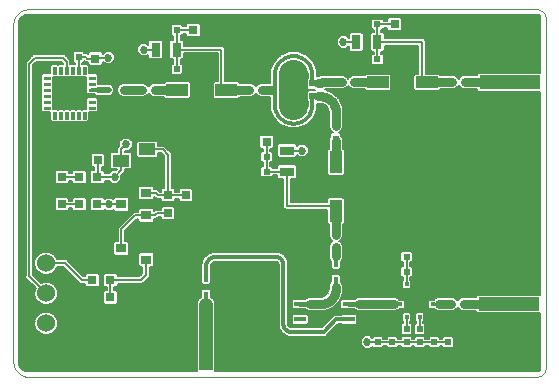
<source format=gtl>
G75*
%MOIN*%
%OFA0B0*%
%FSLAX24Y24*%
%IPPOS*%
%LPD*%
%AMOC8*
5,1,8,0,0,1.08239X$1,22.5*
%
%ADD10C,0.0000*%
%ADD11R,0.0315X0.0472*%
%ADD12R,0.2000X0.0450*%
%ADD13R,0.2000X0.0900*%
%ADD14R,0.0160X0.0120*%
%ADD15R,0.0120X0.0160*%
%ADD16R,0.0770X0.0770*%
%ADD17R,0.0300X0.0300*%
%ADD18R,0.0400X0.0720*%
%ADD19R,0.0720X0.0400*%
%ADD20C,0.0030*%
%ADD21C,0.0262*%
%ADD22R,0.0354X0.0315*%
%ADD23R,0.0551X0.0394*%
%ADD24R,0.0394X0.0177*%
%ADD25R,0.0236X0.0138*%
%ADD26R,0.0787X0.0138*%
%ADD27R,0.0138X0.0236*%
%ADD28R,0.0138X0.0787*%
%ADD29R,0.0472X0.0315*%
%ADD30R,0.0600X0.0600*%
%ADD31C,0.0600*%
%ADD32R,0.0450X0.2000*%
%ADD33R,0.0900X0.2000*%
%ADD34R,0.0236X0.0197*%
%ADD35R,0.0197X0.0236*%
%ADD36C,0.0270*%
%ADD37C,0.0070*%
%ADD38C,0.0080*%
%ADD39C,0.0060*%
%ADD40C,0.0300*%
%ADD41C,0.0160*%
%ADD42C,0.0180*%
%ADD43C,0.0140*%
%ADD44C,0.0130*%
%ADD45C,0.0120*%
%ADD46C,0.0110*%
%ADD47C,0.0200*%
%ADD48C,0.0170*%
%ADD49C,0.0100*%
%ADD50C,0.0450*%
D10*
X001017Y002037D02*
X017955Y002037D01*
X017955Y002036D02*
X017988Y002038D01*
X018020Y002043D01*
X018052Y002051D01*
X018082Y002063D01*
X018112Y002078D01*
X018139Y002096D01*
X018164Y002116D01*
X018188Y002140D01*
X018208Y002165D01*
X018226Y002192D01*
X018241Y002222D01*
X018253Y002252D01*
X018261Y002284D01*
X018266Y002316D01*
X018268Y002349D01*
X018267Y002349D02*
X018267Y013974D01*
X018268Y013974D02*
X018266Y014007D01*
X018261Y014039D01*
X018253Y014071D01*
X018241Y014101D01*
X018226Y014131D01*
X018208Y014158D01*
X018188Y014183D01*
X018164Y014207D01*
X018139Y014227D01*
X018112Y014245D01*
X018082Y014260D01*
X018052Y014272D01*
X018020Y014280D01*
X017988Y014285D01*
X017955Y014287D01*
X001017Y014287D01*
X000973Y014285D01*
X000930Y014279D01*
X000888Y014270D01*
X000846Y014257D01*
X000806Y014240D01*
X000767Y014220D01*
X000730Y014197D01*
X000696Y014170D01*
X000663Y014141D01*
X000634Y014108D01*
X000607Y014074D01*
X000584Y014037D01*
X000564Y013998D01*
X000547Y013958D01*
X000534Y013916D01*
X000525Y013874D01*
X000519Y013831D01*
X000517Y013787D01*
X000517Y002537D01*
X000519Y002493D01*
X000525Y002450D01*
X000534Y002408D01*
X000547Y002366D01*
X000564Y002326D01*
X000584Y002287D01*
X000607Y002250D01*
X000634Y002216D01*
X000663Y002183D01*
X000696Y002154D01*
X000730Y002127D01*
X000767Y002104D01*
X000806Y002084D01*
X000846Y002067D01*
X000888Y002054D01*
X000930Y002045D01*
X000973Y002039D01*
X001017Y002037D01*
D11*
X005257Y012943D03*
X005966Y012943D03*
X011944Y013193D03*
X012653Y013193D03*
D12*
X017059Y011855D03*
X017027Y004462D03*
D13*
X017027Y006202D03*
X017027Y002722D03*
X017059Y010115D03*
X017059Y013595D03*
D14*
X014500Y004902D03*
X014500Y004682D03*
X014500Y004462D03*
X014500Y004242D03*
X013410Y004242D03*
X013410Y004462D03*
X013410Y004682D03*
X013410Y004902D03*
D15*
X013625Y005117D03*
X013845Y005117D03*
X014065Y005117D03*
X014285Y005117D03*
X014285Y004027D03*
X014065Y004027D03*
X013845Y004027D03*
X013625Y004027D03*
D16*
X013955Y004572D03*
D17*
X008961Y009870D03*
X008361Y009870D03*
X006267Y008087D03*
X005674Y008087D03*
X005674Y007487D03*
X006267Y007487D03*
X003317Y007787D03*
X002717Y007787D03*
X002130Y007787D03*
X001530Y007787D03*
X001530Y008693D03*
X002130Y008693D03*
X002717Y008693D03*
X003317Y008693D03*
X003330Y009260D03*
X003330Y009860D03*
X003255Y012643D03*
X003255Y013243D03*
X006518Y013599D03*
X007118Y013599D03*
X013226Y013787D03*
X013826Y013787D03*
X003755Y005255D03*
X003755Y004680D03*
X003155Y005255D03*
X003755Y004080D03*
D18*
X011267Y007565D03*
X011267Y009195D03*
X013486Y011040D03*
X013486Y012670D03*
X006799Y012414D03*
X006799Y010784D03*
D19*
X007614Y011599D03*
X005984Y011599D03*
X010452Y008380D03*
X012082Y008380D03*
X012671Y011855D03*
X014301Y011855D03*
D20*
X003245Y011843D02*
X003039Y011843D01*
X003245Y011843D02*
X003245Y011755D01*
X003039Y011755D01*
X003039Y011843D01*
X003039Y011784D02*
X003245Y011784D01*
X003245Y011813D02*
X003039Y011813D01*
X003039Y011842D02*
X003245Y011842D01*
X003245Y012043D02*
X003039Y012043D01*
X003245Y012043D02*
X003245Y011955D01*
X003039Y011955D01*
X003039Y012043D01*
X003039Y011984D02*
X003245Y011984D01*
X003245Y012013D02*
X003039Y012013D01*
X003039Y012042D02*
X003245Y012042D01*
X002848Y012146D02*
X002848Y012352D01*
X002936Y012352D01*
X002936Y012146D01*
X002848Y012146D01*
X002848Y012175D02*
X002936Y012175D01*
X002936Y012204D02*
X002848Y012204D01*
X002848Y012233D02*
X002936Y012233D01*
X002936Y012262D02*
X002848Y012262D01*
X002848Y012291D02*
X002936Y012291D01*
X002936Y012320D02*
X002848Y012320D01*
X002848Y012349D02*
X002936Y012349D01*
X002648Y012352D02*
X002648Y012146D01*
X002648Y012352D02*
X002736Y012352D01*
X002736Y012146D01*
X002648Y012146D01*
X002648Y012175D02*
X002736Y012175D01*
X002736Y012204D02*
X002648Y012204D01*
X002648Y012233D02*
X002736Y012233D01*
X002736Y012262D02*
X002648Y012262D01*
X002648Y012291D02*
X002736Y012291D01*
X002736Y012320D02*
X002648Y012320D01*
X002648Y012349D02*
X002736Y012349D01*
X002448Y012352D02*
X002448Y012146D01*
X002448Y012352D02*
X002536Y012352D01*
X002536Y012146D01*
X002448Y012146D01*
X002448Y012175D02*
X002536Y012175D01*
X002536Y012204D02*
X002448Y012204D01*
X002448Y012233D02*
X002536Y012233D01*
X002536Y012262D02*
X002448Y012262D01*
X002448Y012291D02*
X002536Y012291D01*
X002536Y012320D02*
X002448Y012320D01*
X002448Y012349D02*
X002536Y012349D01*
X002248Y012352D02*
X002248Y012146D01*
X002248Y012352D02*
X002336Y012352D01*
X002336Y012146D01*
X002248Y012146D01*
X002248Y012175D02*
X002336Y012175D01*
X002336Y012204D02*
X002248Y012204D01*
X002248Y012233D02*
X002336Y012233D01*
X002336Y012262D02*
X002248Y012262D01*
X002248Y012291D02*
X002336Y012291D01*
X002336Y012320D02*
X002248Y012320D01*
X002248Y012349D02*
X002336Y012349D01*
X002048Y012352D02*
X002048Y012146D01*
X002048Y012352D02*
X002136Y012352D01*
X002136Y012146D01*
X002048Y012146D01*
X002048Y012175D02*
X002136Y012175D01*
X002136Y012204D02*
X002048Y012204D01*
X002048Y012233D02*
X002136Y012233D01*
X002136Y012262D02*
X002048Y012262D01*
X002048Y012291D02*
X002136Y012291D01*
X002136Y012320D02*
X002048Y012320D01*
X002048Y012349D02*
X002136Y012349D01*
X001848Y012352D02*
X001848Y012146D01*
X001848Y012352D02*
X001936Y012352D01*
X001936Y012146D01*
X001848Y012146D01*
X001848Y012175D02*
X001936Y012175D01*
X001936Y012204D02*
X001848Y012204D01*
X001848Y012233D02*
X001936Y012233D01*
X001936Y012262D02*
X001848Y012262D01*
X001848Y012291D02*
X001936Y012291D01*
X001936Y012320D02*
X001848Y012320D01*
X001848Y012349D02*
X001936Y012349D01*
X001745Y011955D02*
X001539Y011955D01*
X001539Y012043D01*
X001745Y012043D01*
X001745Y011955D01*
X001745Y011984D02*
X001539Y011984D01*
X001539Y012013D02*
X001745Y012013D01*
X001745Y012042D02*
X001539Y012042D01*
X001539Y011755D02*
X001745Y011755D01*
X001539Y011755D02*
X001539Y011843D01*
X001745Y011843D01*
X001745Y011755D01*
X001745Y011784D02*
X001539Y011784D01*
X001539Y011813D02*
X001745Y011813D01*
X001745Y011842D02*
X001539Y011842D01*
X001539Y011555D02*
X001745Y011555D01*
X001539Y011555D02*
X001539Y011643D01*
X001745Y011643D01*
X001745Y011555D01*
X001745Y011584D02*
X001539Y011584D01*
X001539Y011613D02*
X001745Y011613D01*
X001745Y011642D02*
X001539Y011642D01*
X001539Y011355D02*
X001745Y011355D01*
X001539Y011355D02*
X001539Y011443D01*
X001745Y011443D01*
X001745Y011355D01*
X001745Y011384D02*
X001539Y011384D01*
X001539Y011413D02*
X001745Y011413D01*
X001745Y011442D02*
X001539Y011442D01*
X001539Y011155D02*
X001745Y011155D01*
X001539Y011155D02*
X001539Y011243D01*
X001745Y011243D01*
X001745Y011155D01*
X001745Y011184D02*
X001539Y011184D01*
X001539Y011213D02*
X001745Y011213D01*
X001745Y011242D02*
X001539Y011242D01*
X001539Y010955D02*
X001745Y010955D01*
X001539Y010955D02*
X001539Y011043D01*
X001745Y011043D01*
X001745Y010955D01*
X001745Y010984D02*
X001539Y010984D01*
X001539Y011013D02*
X001745Y011013D01*
X001745Y011042D02*
X001539Y011042D01*
X001936Y010852D02*
X001936Y010646D01*
X001848Y010646D01*
X001848Y010852D01*
X001936Y010852D01*
X001936Y010675D02*
X001848Y010675D01*
X001848Y010704D02*
X001936Y010704D01*
X001936Y010733D02*
X001848Y010733D01*
X001848Y010762D02*
X001936Y010762D01*
X001936Y010791D02*
X001848Y010791D01*
X001848Y010820D02*
X001936Y010820D01*
X001936Y010849D02*
X001848Y010849D01*
X002136Y010852D02*
X002136Y010646D01*
X002048Y010646D01*
X002048Y010852D01*
X002136Y010852D01*
X002136Y010675D02*
X002048Y010675D01*
X002048Y010704D02*
X002136Y010704D01*
X002136Y010733D02*
X002048Y010733D01*
X002048Y010762D02*
X002136Y010762D01*
X002136Y010791D02*
X002048Y010791D01*
X002048Y010820D02*
X002136Y010820D01*
X002136Y010849D02*
X002048Y010849D01*
X002336Y010852D02*
X002336Y010646D01*
X002248Y010646D01*
X002248Y010852D01*
X002336Y010852D01*
X002336Y010675D02*
X002248Y010675D01*
X002248Y010704D02*
X002336Y010704D01*
X002336Y010733D02*
X002248Y010733D01*
X002248Y010762D02*
X002336Y010762D01*
X002336Y010791D02*
X002248Y010791D01*
X002248Y010820D02*
X002336Y010820D01*
X002336Y010849D02*
X002248Y010849D01*
X002536Y010852D02*
X002536Y010646D01*
X002448Y010646D01*
X002448Y010852D01*
X002536Y010852D01*
X002536Y010675D02*
X002448Y010675D01*
X002448Y010704D02*
X002536Y010704D01*
X002536Y010733D02*
X002448Y010733D01*
X002448Y010762D02*
X002536Y010762D01*
X002536Y010791D02*
X002448Y010791D01*
X002448Y010820D02*
X002536Y010820D01*
X002536Y010849D02*
X002448Y010849D01*
X002736Y010852D02*
X002736Y010646D01*
X002648Y010646D01*
X002648Y010852D01*
X002736Y010852D01*
X002736Y010675D02*
X002648Y010675D01*
X002648Y010704D02*
X002736Y010704D01*
X002736Y010733D02*
X002648Y010733D01*
X002648Y010762D02*
X002736Y010762D01*
X002736Y010791D02*
X002648Y010791D01*
X002648Y010820D02*
X002736Y010820D01*
X002736Y010849D02*
X002648Y010849D01*
X002936Y010852D02*
X002936Y010646D01*
X002848Y010646D01*
X002848Y010852D01*
X002936Y010852D01*
X002936Y010675D02*
X002848Y010675D01*
X002848Y010704D02*
X002936Y010704D01*
X002936Y010733D02*
X002848Y010733D01*
X002848Y010762D02*
X002936Y010762D01*
X002936Y010791D02*
X002848Y010791D01*
X002848Y010820D02*
X002936Y010820D01*
X002936Y010849D02*
X002848Y010849D01*
X003039Y011043D02*
X003245Y011043D01*
X003245Y010955D01*
X003039Y010955D01*
X003039Y011043D01*
X003039Y010984D02*
X003245Y010984D01*
X003245Y011013D02*
X003039Y011013D01*
X003039Y011042D02*
X003245Y011042D01*
X003245Y011243D02*
X003039Y011243D01*
X003245Y011243D02*
X003245Y011155D01*
X003039Y011155D01*
X003039Y011243D01*
X003039Y011184D02*
X003245Y011184D01*
X003245Y011213D02*
X003039Y011213D01*
X003039Y011242D02*
X003245Y011242D01*
X003245Y011443D02*
X003039Y011443D01*
X003245Y011443D02*
X003245Y011355D01*
X003039Y011355D01*
X003039Y011443D01*
X003039Y011384D02*
X003245Y011384D01*
X003245Y011413D02*
X003039Y011413D01*
X003039Y011442D02*
X003245Y011442D01*
X003245Y011643D02*
X003039Y011643D01*
X003245Y011643D02*
X003245Y011555D01*
X003039Y011555D01*
X003039Y011643D01*
X003039Y011584D02*
X003245Y011584D01*
X003245Y011613D02*
X003039Y011613D01*
X003039Y011642D02*
X003245Y011642D01*
D21*
X002786Y011105D02*
X001998Y011105D01*
X001998Y011893D01*
X002786Y011893D01*
X002786Y011105D01*
X002786Y011367D02*
X001998Y011367D01*
X001998Y011629D02*
X002786Y011629D01*
X002786Y011891D02*
X001998Y011891D01*
D22*
X004942Y008161D03*
X004116Y007787D03*
X004942Y007413D03*
X004942Y006692D03*
X004116Y006318D03*
X004942Y005944D03*
D23*
X004982Y008872D03*
X004982Y009620D03*
X004116Y009246D03*
D24*
X010085Y004718D03*
X010085Y004462D03*
X010085Y004206D03*
X010085Y003950D03*
X011700Y003950D03*
X011700Y004206D03*
X011700Y004462D03*
X011700Y004717D03*
D25*
X004199Y011599D03*
X003648Y011599D03*
D26*
X003924Y011245D03*
D27*
X006939Y005312D03*
X006939Y004761D03*
X011267Y005261D03*
X011267Y005812D03*
D28*
X010913Y005537D03*
X007294Y005037D03*
D29*
X009642Y008870D03*
X009642Y009578D03*
D30*
X001611Y002818D03*
D31*
X001611Y003818D03*
X001611Y004818D03*
X001611Y005818D03*
D32*
X006939Y003261D03*
D33*
X005199Y003261D03*
X008679Y003261D03*
D34*
X013625Y005537D03*
X014058Y005537D03*
X014058Y006037D03*
X013625Y006037D03*
X015111Y004460D03*
X015545Y004460D03*
X008961Y008870D03*
X008527Y008870D03*
X008527Y009370D03*
X008961Y009370D03*
X008812Y011599D03*
X008379Y011599D03*
X005966Y012287D03*
X005533Y012287D03*
X005234Y011599D03*
X004801Y011599D03*
X005533Y013599D03*
X005966Y013599D03*
X011457Y011855D03*
X011890Y011855D03*
X012220Y012613D03*
X012653Y012613D03*
X012653Y013787D03*
X012220Y013787D03*
X015143Y011855D03*
X015576Y011855D03*
D35*
X011267Y010409D03*
X011267Y009976D03*
X010486Y011383D03*
X010486Y011816D03*
X011267Y006784D03*
X011267Y006351D03*
X012667Y003623D03*
X013147Y003623D03*
X013147Y003190D03*
X012667Y003190D03*
X013625Y003190D03*
X014065Y003190D03*
X014065Y003623D03*
X013625Y003623D03*
X014547Y003623D03*
X015007Y003623D03*
X015007Y003190D03*
X014547Y003190D03*
X002692Y012695D03*
X002692Y013128D03*
D36*
X002330Y013255D03*
X002330Y013599D03*
X002674Y013630D03*
X003017Y013630D03*
X003361Y013755D03*
X003642Y013537D03*
X003642Y013193D03*
X004017Y013287D03*
X004486Y013224D03*
X004892Y013318D03*
X004861Y012943D03*
X004736Y012568D03*
X004486Y012318D03*
X004642Y012005D03*
X004986Y012005D03*
X005049Y012380D03*
X004299Y011974D03*
X003955Y011974D03*
X003611Y011974D03*
X003705Y012287D03*
X004049Y012318D03*
X004205Y012693D03*
X003686Y012674D03*
X002767Y011880D03*
X002392Y011880D03*
X002017Y011880D03*
X002017Y011505D03*
X002392Y011505D03*
X002767Y011505D03*
X002767Y011130D03*
X002392Y011130D03*
X002017Y011130D03*
X001955Y010412D03*
X002299Y010412D03*
X002642Y010412D03*
X002986Y010412D03*
X003517Y010849D03*
X003892Y010912D03*
X004267Y010912D03*
X004611Y011193D03*
X004955Y011193D03*
X005299Y011193D03*
X005642Y011193D03*
X005986Y011193D03*
X006330Y011193D03*
X006611Y011443D03*
X006611Y011787D03*
X006392Y012005D03*
X006392Y012349D03*
X006392Y012693D03*
X007205Y012693D03*
X007205Y012349D03*
X007205Y012005D03*
X006986Y011787D03*
X007017Y011443D03*
X007205Y011099D03*
X007205Y010755D03*
X007267Y010326D03*
X006932Y010130D03*
X006580Y010224D03*
X006392Y010505D03*
X006392Y010849D03*
X005955Y010771D03*
X006017Y010287D03*
X005855Y009931D03*
X006390Y009894D03*
X006267Y009287D03*
X006267Y008787D03*
X006807Y008841D03*
X006920Y009214D03*
X007351Y009249D03*
X007799Y009255D03*
X008119Y008966D03*
X007504Y008781D03*
X006955Y008099D03*
X007517Y008037D03*
X007017Y007537D03*
X006517Y007037D03*
X006017Y006787D03*
X005525Y006529D03*
X005517Y007037D03*
X006267Y006287D03*
X006767Y006537D03*
X007517Y006537D03*
X008017Y006537D03*
X008517Y006537D03*
X008517Y007037D03*
X009049Y006943D03*
X009017Y006537D03*
X009762Y006873D03*
X009682Y007287D03*
X010307Y007255D03*
X010439Y006802D03*
X010861Y006787D03*
X010861Y007130D03*
X010830Y007474D03*
X010674Y007974D03*
X010267Y007974D03*
X009900Y007982D03*
X009892Y008482D03*
X010174Y008810D03*
X010486Y009060D03*
X010135Y009177D03*
X010132Y009578D03*
X010517Y009537D03*
X010861Y009568D03*
X010861Y009912D03*
X010455Y009943D03*
X010424Y010318D03*
X010658Y010568D03*
X010752Y010865D03*
X010174Y011005D03*
X009924Y010787D03*
X009580Y010912D03*
X009517Y011255D03*
X009517Y011599D03*
X009517Y011943D03*
X009611Y012287D03*
X010017Y012380D03*
X010017Y012005D03*
X010049Y011662D03*
X010017Y011318D03*
X009111Y010505D03*
X008955Y010818D03*
X008955Y011193D03*
X008611Y011193D03*
X008267Y011193D03*
X007924Y011193D03*
X007580Y011193D03*
X008267Y010787D03*
X008267Y010349D03*
X008736Y010380D03*
X009392Y010287D03*
X009736Y010193D03*
X010080Y010193D03*
X010861Y010287D03*
X011627Y010802D03*
X011627Y011146D03*
X011549Y011458D03*
X011986Y011443D03*
X012330Y011443D03*
X012674Y011443D03*
X013017Y011443D03*
X013017Y011099D03*
X013017Y010755D03*
X013267Y010474D03*
X013674Y010474D03*
X013892Y010787D03*
X013892Y011130D03*
X014080Y011412D03*
X014424Y011412D03*
X014767Y011412D03*
X015111Y011412D03*
X015455Y011412D03*
X015799Y011412D03*
X016142Y011412D03*
X016486Y011412D03*
X016830Y011412D03*
X017174Y011412D03*
X017517Y011412D03*
X017517Y011068D03*
X017174Y011068D03*
X017861Y011068D03*
X017861Y011412D03*
X017861Y012287D03*
X017517Y012287D03*
X017174Y012287D03*
X016830Y012287D03*
X016486Y012287D03*
X016142Y012287D03*
X015799Y012287D03*
X015455Y012287D03*
X015111Y012287D03*
X014767Y012287D03*
X014424Y012287D03*
X014424Y012630D03*
X014424Y012974D03*
X014877Y012677D03*
X015017Y013037D03*
X015377Y012708D03*
X015517Y013037D03*
X016017Y012787D03*
X016517Y012787D03*
X016312Y013343D03*
X016892Y013357D03*
X017381Y013335D03*
X017830Y013353D03*
X017836Y013824D03*
X017262Y013820D03*
X016758Y013845D03*
X016267Y013855D03*
X015517Y013787D03*
X015017Y013537D03*
X014611Y013880D03*
X014205Y013880D03*
X014205Y013443D03*
X013892Y012943D03*
X013892Y012630D03*
X013892Y012287D03*
X013674Y012005D03*
X013674Y011662D03*
X013299Y011662D03*
X013299Y012005D03*
X013080Y012287D03*
X013080Y012630D03*
X013080Y012943D03*
X013549Y013443D03*
X012041Y012259D03*
X011642Y012287D03*
X011299Y012287D03*
X011603Y012693D03*
X011127Y012771D03*
X010830Y012505D03*
X010486Y012787D03*
X010174Y012943D03*
X010017Y013537D03*
X009517Y013537D03*
X009017Y013537D03*
X008517Y013537D03*
X008017Y013537D03*
X007517Y013505D03*
X007705Y012693D03*
X008017Y012537D03*
X007705Y012349D03*
X007705Y012005D03*
X008080Y012005D03*
X008486Y012005D03*
X008861Y012005D03*
X008986Y012412D03*
X009174Y012787D03*
X009486Y012943D03*
X008517Y012537D03*
X010517Y013537D03*
X011017Y013537D03*
X011517Y013193D03*
X011674Y013662D03*
X015017Y011037D03*
X014517Y010787D03*
X015017Y010537D03*
X015002Y009990D03*
X014517Y010037D03*
X014564Y009568D03*
X015017Y009537D03*
X015611Y009552D03*
X015517Y010037D03*
X016269Y009876D03*
X016252Y010365D03*
X016267Y010787D03*
X016826Y010367D03*
X017318Y010367D03*
X017793Y010351D03*
X017861Y009833D03*
X017445Y009845D03*
X016947Y009882D03*
X017017Y009037D03*
X016517Y009037D03*
X016049Y009099D03*
X015517Y009037D03*
X015017Y008537D03*
X014517Y009037D03*
X014002Y009021D03*
X013564Y009458D03*
X013517Y009037D03*
X013017Y009037D03*
X012986Y009443D03*
X012517Y009537D03*
X012142Y009271D03*
X011674Y009380D03*
X011674Y009037D03*
X011924Y008787D03*
X012267Y008787D03*
X012611Y008724D03*
X012642Y008380D03*
X012705Y008037D03*
X012361Y007974D03*
X012017Y007974D03*
X011674Y007880D03*
X011486Y008162D03*
X011486Y008599D03*
X011049Y008599D03*
X010744Y008794D03*
X010861Y009224D03*
X011674Y009724D03*
X011658Y010083D03*
X012096Y010255D03*
X012517Y010037D03*
X012517Y010537D03*
X012502Y010896D03*
X012017Y010787D03*
X011658Y010443D03*
X013267Y009787D03*
X014017Y010037D03*
X014017Y009537D03*
X014017Y008537D03*
X013377Y008537D03*
X013517Y008037D03*
X013017Y007537D03*
X013517Y007287D03*
X013752Y006830D03*
X013693Y006404D03*
X013267Y006255D03*
X013267Y005912D03*
X012846Y005826D03*
X012416Y005960D03*
X012543Y005392D03*
X012064Y005216D03*
X012256Y004865D03*
X012672Y004874D03*
X013090Y004855D03*
X013017Y005193D03*
X013267Y005568D03*
X013705Y004818D03*
X013955Y004568D03*
X014205Y004818D03*
X014799Y004849D03*
X015142Y004849D03*
X015486Y004849D03*
X015830Y004849D03*
X016174Y004912D03*
X016517Y004912D03*
X016861Y004912D03*
X017205Y004912D03*
X017549Y004912D03*
X017549Y005255D03*
X017205Y005255D03*
X016861Y005505D03*
X016517Y005287D03*
X016017Y005287D03*
X016221Y005937D03*
X016613Y005923D03*
X017029Y005923D03*
X017506Y005925D03*
X017736Y006412D03*
X017047Y006447D03*
X016627Y006443D03*
X016221Y006458D03*
X015705Y006474D03*
X015267Y006537D03*
X015517Y007037D03*
X015416Y007427D03*
X015049Y007849D03*
X014517Y008037D03*
X014017Y007537D03*
X014767Y007287D03*
X015517Y008037D03*
X016017Y007537D03*
X016517Y007537D03*
X016517Y008037D03*
X017017Y008193D03*
X017517Y008037D03*
X017892Y007771D03*
X017422Y007417D03*
X017767Y007287D03*
X017017Y007537D03*
X016221Y006958D03*
X015517Y006037D03*
X014971Y005990D03*
X014547Y006296D03*
X014455Y005931D03*
X014443Y005550D03*
X014853Y005238D03*
X015267Y005537D03*
X014150Y006400D03*
X012986Y006958D03*
X012517Y007037D03*
X012517Y006537D03*
X011674Y006505D03*
X011674Y006162D03*
X011611Y005818D03*
X011611Y005474D03*
X011642Y005068D03*
X010799Y004849D03*
X010611Y005099D03*
X010486Y004818D03*
X009924Y005068D03*
X010017Y005537D03*
X010017Y006037D03*
X010611Y005818D03*
X010611Y005443D03*
X010775Y006365D03*
X010017Y006537D03*
X009017Y007537D03*
X008564Y007701D03*
X009017Y008037D03*
X009174Y008435D03*
X008267Y008287D03*
X008017Y007537D03*
X007517Y007037D03*
X007767Y005537D03*
X007767Y005037D03*
X007767Y004537D03*
X007517Y004037D03*
X007767Y003537D03*
X007517Y003037D03*
X007767Y002537D03*
X008400Y002607D03*
X008955Y002529D03*
X008726Y003146D03*
X008957Y003915D03*
X008400Y003933D03*
X008767Y004537D03*
X008267Y004787D03*
X009017Y005037D03*
X009017Y005537D03*
X008517Y005537D03*
X006517Y005037D03*
X006267Y005537D03*
X005767Y005537D03*
X005357Y005507D03*
X005517Y005037D03*
X005283Y004615D03*
X004767Y004787D03*
X004224Y004892D03*
X004437Y004164D03*
X004926Y003865D03*
X005441Y003847D03*
X006017Y003537D03*
X006404Y003521D03*
X006267Y003037D03*
X006017Y002537D03*
X005455Y002439D03*
X004947Y002476D03*
X005238Y003230D03*
X006267Y004037D03*
X006017Y004537D03*
X005517Y006037D03*
X003767Y005787D03*
X003312Y005789D03*
X003517Y006537D03*
X003017Y006537D03*
X002547Y006792D03*
X003017Y007037D03*
X003517Y007037D03*
X003939Y007310D03*
X003705Y007787D03*
X003892Y008693D03*
X004267Y009787D03*
X004189Y010255D03*
X004517Y010537D03*
X005017Y010537D03*
X005174Y010224D03*
X005517Y010537D03*
X003705Y010443D03*
X003767Y010037D03*
X002767Y009927D03*
X002517Y009537D03*
X002017Y009537D03*
X001517Y009537D03*
X001517Y010037D03*
X001330Y010474D03*
X001299Y010912D03*
X001299Y011255D03*
X001299Y011599D03*
X001299Y011943D03*
X001299Y013193D03*
X001642Y013193D03*
X001986Y013193D03*
X001767Y013787D03*
X001267Y013787D03*
X004017Y013787D03*
X004517Y013787D03*
X004986Y013662D03*
X007767Y010537D03*
X007930Y009886D03*
X007412Y009894D03*
X011049Y008162D03*
X011674Y007537D03*
X011674Y007193D03*
X011674Y006849D03*
X012252Y007490D03*
X016017Y008537D03*
X016767Y008537D03*
X017517Y008537D03*
X017674Y009068D03*
X015517Y010787D03*
X017174Y012630D03*
X017517Y012630D03*
X017892Y012630D03*
X017892Y005255D03*
X017892Y004912D03*
X017924Y004037D03*
X017580Y004037D03*
X017205Y004037D03*
X016861Y004037D03*
X016517Y004037D03*
X016174Y004037D03*
X015830Y004068D03*
X015486Y004068D03*
X015142Y004068D03*
X015799Y003662D03*
X015767Y003318D03*
X015418Y003072D03*
X015267Y002333D03*
X014767Y002333D03*
X014267Y002333D03*
X013767Y002333D03*
X012317Y003190D03*
X012037Y003533D03*
X011517Y003537D03*
X012236Y004099D03*
X012642Y004099D03*
X013017Y004099D03*
X013705Y004318D03*
X014205Y004318D03*
X016221Y002974D03*
X016517Y003537D03*
X017078Y002982D03*
X017182Y002447D03*
X017828Y002472D03*
X017822Y002998D03*
X017924Y003693D03*
X017580Y003693D03*
X017205Y003693D03*
X016201Y002449D03*
X015783Y002333D03*
X010517Y004037D03*
X003984Y003349D03*
X003775Y003683D03*
X003469Y003333D03*
X003775Y002982D03*
X003822Y002408D03*
X003246Y002453D03*
X002687Y002388D03*
X002873Y003267D03*
X003012Y003619D03*
X003205Y003994D03*
X002269Y003318D03*
X002303Y005242D03*
X001502Y006699D03*
X001986Y006902D03*
X002203Y007269D03*
X001517Y007287D03*
X002267Y010037D03*
D37*
X001049Y008912D02*
X001049Y012474D01*
X001236Y012662D01*
X002174Y012662D01*
X002292Y012543D01*
X002292Y012249D01*
X004861Y012943D02*
X005257Y012943D01*
X005966Y012943D02*
X007455Y012943D01*
X007455Y011568D01*
X007611Y011599D02*
X007674Y011537D01*
X007861Y011537D01*
X009642Y009578D02*
X010132Y009578D01*
X009642Y008870D02*
X009642Y007724D01*
X011267Y007724D01*
X011267Y007240D01*
X013190Y004458D02*
X013410Y004462D01*
X017361Y003349D02*
X017361Y003333D01*
X017572Y002947D02*
X017846Y003255D01*
X017846Y003552D01*
X017814Y003552D01*
X017814Y003333D01*
X018049Y003115D02*
X018049Y003583D01*
X014301Y011849D02*
X014301Y011855D01*
X014301Y012005D01*
X014142Y012005D01*
X014142Y013193D01*
X012653Y013193D01*
X011944Y013193D02*
X011517Y013193D01*
X005674Y009443D02*
X005497Y009620D01*
X004982Y009620D01*
X005674Y009443D02*
X005674Y008087D01*
X006267Y008087D01*
X005705Y008118D02*
X005674Y008087D01*
X005342Y008087D01*
X005267Y008162D01*
X004943Y008162D01*
X004942Y008161D01*
X005311Y007487D02*
X005237Y007413D01*
X004942Y007413D01*
X004581Y007413D01*
X004116Y006947D01*
X004116Y006318D01*
X004942Y005944D02*
X004942Y005430D01*
X004767Y005255D01*
X003755Y005255D01*
X003755Y004680D01*
X005311Y007487D02*
X005674Y007487D01*
X004116Y007787D02*
X003705Y007787D01*
X003317Y007787D01*
X002717Y007787D02*
X002130Y007787D01*
X002130Y008693D02*
X002717Y008693D01*
X003317Y008693D02*
X003892Y008693D01*
X004116Y008916D02*
X004116Y009246D01*
X004101Y009260D01*
D38*
X004101Y009620D01*
X004267Y009787D01*
X003330Y009260D02*
X003330Y008705D01*
X003317Y008693D01*
X003892Y008693D02*
X004116Y008916D01*
X007614Y011599D02*
X007799Y011599D01*
X007799Y011600D02*
X007813Y011598D01*
X007826Y011594D01*
X007838Y011586D01*
X007848Y011576D01*
X007856Y011564D01*
X007860Y011551D01*
X007862Y011537D01*
X008379Y011599D02*
X008387Y011599D01*
X008805Y011599D02*
X008812Y011599D01*
X010486Y011383D02*
X010671Y011383D01*
X010671Y011816D02*
X010486Y011816D01*
X011267Y009976D02*
X011267Y009912D01*
X011267Y009443D02*
X011267Y009195D01*
X011267Y007565D02*
X011267Y007240D01*
X014549Y011787D02*
X014547Y011801D01*
X014543Y011814D01*
X014535Y011826D01*
X014525Y011836D01*
X014513Y011844D01*
X014500Y011848D01*
X014486Y011850D01*
X014486Y011849D02*
X014301Y011849D01*
X006518Y013599D02*
X005966Y013599D01*
X005966Y012943D01*
X005966Y012287D01*
X003686Y012674D02*
X003286Y012674D01*
X003255Y012643D01*
X002986Y012643D01*
X002934Y012695D01*
X002692Y012695D01*
X002692Y012249D01*
X002236Y005818D02*
X001611Y005818D01*
X002236Y005818D02*
X002799Y005255D01*
X003155Y005255D01*
X001611Y004818D02*
X001049Y005380D01*
D39*
X001049Y008912D01*
X001174Y008940D02*
X003200Y008940D01*
X003200Y008933D02*
X003130Y008933D01*
X003077Y008880D01*
X003077Y008506D01*
X003130Y008453D01*
X003505Y008453D01*
X003557Y008506D01*
X003557Y008568D01*
X003699Y008568D01*
X003799Y008468D01*
X003986Y008468D01*
X004117Y008600D01*
X004117Y008734D01*
X004246Y008862D01*
X004246Y008959D01*
X004428Y008959D01*
X004481Y009011D01*
X004481Y009480D01*
X004428Y009532D01*
X004231Y009532D01*
X004231Y009562D01*
X004361Y009562D01*
X004492Y009693D01*
X004492Y009880D01*
X004361Y010012D01*
X004174Y010012D01*
X004042Y009880D01*
X004042Y009745D01*
X003971Y009674D01*
X003971Y009532D01*
X003803Y009532D01*
X003750Y009480D01*
X003750Y009011D01*
X003803Y008959D01*
X003974Y008959D01*
X003934Y008918D01*
X003799Y008918D01*
X003699Y008818D01*
X003557Y008818D01*
X003557Y008880D01*
X003505Y008933D01*
X003460Y008933D01*
X003460Y009020D01*
X003517Y009020D01*
X003570Y009073D01*
X003570Y009447D01*
X003517Y009500D01*
X003143Y009500D01*
X003090Y009447D01*
X003090Y009073D01*
X003143Y009020D01*
X003200Y009020D01*
X003200Y008933D01*
X003200Y008998D02*
X001174Y008998D01*
X001174Y009057D02*
X003106Y009057D01*
X003090Y009115D02*
X001174Y009115D01*
X001174Y009174D02*
X003090Y009174D01*
X003090Y009232D02*
X001174Y009232D01*
X001174Y009291D02*
X003090Y009291D01*
X003090Y009349D02*
X001174Y009349D01*
X001174Y009408D02*
X003090Y009408D01*
X003109Y009466D02*
X001174Y009466D01*
X001174Y009525D02*
X003795Y009525D01*
X003750Y009466D02*
X003551Y009466D01*
X003570Y009408D02*
X003750Y009408D01*
X003750Y009349D02*
X003570Y009349D01*
X003570Y009291D02*
X003750Y009291D01*
X003750Y009232D02*
X003570Y009232D01*
X003570Y009174D02*
X003750Y009174D01*
X003750Y009115D02*
X003570Y009115D01*
X003554Y009057D02*
X003750Y009057D01*
X003763Y008998D02*
X003460Y008998D01*
X003460Y008940D02*
X003955Y008940D01*
X003763Y008881D02*
X003556Y008881D01*
X003557Y008823D02*
X003704Y008823D01*
X003737Y008530D02*
X003557Y008530D01*
X003523Y008472D02*
X003795Y008472D01*
X003989Y008472D02*
X005549Y008472D01*
X005549Y008530D02*
X004048Y008530D01*
X004106Y008589D02*
X005549Y008589D01*
X005549Y008647D02*
X004117Y008647D01*
X004117Y008706D02*
X005549Y008706D01*
X005549Y008764D02*
X004148Y008764D01*
X004206Y008823D02*
X005549Y008823D01*
X005549Y008881D02*
X004246Y008881D01*
X004246Y008940D02*
X005549Y008940D01*
X005549Y008998D02*
X004468Y008998D01*
X004481Y009057D02*
X005549Y009057D01*
X005549Y009115D02*
X004481Y009115D01*
X004481Y009174D02*
X005549Y009174D01*
X005549Y009232D02*
X004481Y009232D01*
X004481Y009291D02*
X005549Y009291D01*
X005549Y009349D02*
X005311Y009349D01*
X005295Y009333D02*
X005347Y009385D01*
X005347Y009495D01*
X005445Y009495D01*
X005549Y009391D01*
X005549Y008327D01*
X005486Y008327D01*
X005434Y008274D01*
X005434Y008212D01*
X005394Y008212D01*
X005392Y008213D01*
X005319Y008287D01*
X005210Y008287D01*
X005210Y008355D01*
X005157Y008408D01*
X004728Y008408D01*
X004675Y008355D01*
X004675Y007966D01*
X004728Y007913D01*
X005157Y007913D01*
X005210Y007966D01*
X005210Y008037D01*
X005216Y008037D01*
X005217Y008035D01*
X005217Y008035D01*
X005291Y007962D01*
X005434Y007962D01*
X005434Y007899D01*
X005486Y007847D01*
X005861Y007847D01*
X005914Y007899D01*
X005914Y007962D01*
X006027Y007962D01*
X006027Y007899D01*
X006080Y007847D01*
X006455Y007847D01*
X006507Y007899D01*
X006507Y008274D01*
X006455Y008327D01*
X006080Y008327D01*
X006027Y008274D01*
X006027Y008212D01*
X005914Y008212D01*
X005914Y008274D01*
X005861Y008327D01*
X005799Y008327D01*
X005799Y009495D01*
X005622Y009671D01*
X005549Y009745D01*
X005347Y009745D01*
X005347Y009854D01*
X005295Y009906D01*
X004669Y009906D01*
X004616Y009854D01*
X004616Y009385D01*
X004669Y009333D01*
X005295Y009333D01*
X005347Y009408D02*
X005532Y009408D01*
X005474Y009466D02*
X005347Y009466D01*
X005347Y009759D02*
X008721Y009759D01*
X008721Y009817D02*
X005347Y009817D01*
X005325Y009876D02*
X008721Y009876D01*
X008721Y009934D02*
X004438Y009934D01*
X004492Y009876D02*
X004638Y009876D01*
X004616Y009817D02*
X004492Y009817D01*
X004492Y009759D02*
X004616Y009759D01*
X004616Y009700D02*
X004492Y009700D01*
X004441Y009642D02*
X004616Y009642D01*
X004616Y009583D02*
X004382Y009583D01*
X004436Y009525D02*
X004616Y009525D01*
X004616Y009466D02*
X004481Y009466D01*
X004481Y009408D02*
X004616Y009408D01*
X004653Y009349D02*
X004481Y009349D01*
X004042Y009759D02*
X001174Y009759D01*
X001174Y009817D02*
X004042Y009817D01*
X004042Y009876D02*
X001174Y009876D01*
X001174Y009934D02*
X004097Y009934D01*
X004155Y009993D02*
X001174Y009993D01*
X001174Y010051D02*
X008721Y010051D01*
X008721Y010057D02*
X008721Y009682D01*
X008773Y009630D01*
X008841Y009630D01*
X008841Y009558D01*
X008805Y009558D01*
X008752Y009505D01*
X008752Y009234D01*
X008805Y009181D01*
X008841Y009181D01*
X008841Y009058D01*
X008805Y009058D01*
X008752Y009005D01*
X008752Y008734D01*
X008805Y008681D01*
X009116Y008681D01*
X009169Y008734D01*
X009169Y008750D01*
X009316Y008750D01*
X009316Y008675D01*
X009369Y008622D01*
X009517Y008622D01*
X009517Y007672D01*
X009591Y007599D01*
X010977Y007599D01*
X010977Y007168D01*
X011027Y007118D01*
X011027Y006731D01*
X011064Y006643D01*
X011131Y006575D01*
X011147Y006569D01*
X011131Y006562D01*
X011064Y006495D01*
X011027Y006407D01*
X011027Y006004D01*
X011064Y005916D01*
X011109Y005872D01*
X011109Y005657D01*
X011161Y005604D01*
X011374Y005604D01*
X011426Y005657D01*
X011426Y005872D01*
X011471Y005916D01*
X011507Y006004D01*
X011507Y006407D01*
X011471Y006495D01*
X011403Y006562D01*
X011388Y006569D01*
X011403Y006575D01*
X011471Y006643D01*
X011507Y006731D01*
X011507Y007118D01*
X011557Y007168D01*
X011557Y007963D01*
X011505Y008015D01*
X011030Y008015D01*
X010977Y007963D01*
X010977Y007849D01*
X009767Y007849D01*
X009767Y008622D01*
X009916Y008622D01*
X009969Y008675D01*
X009969Y009064D01*
X009916Y009117D01*
X009369Y009117D01*
X009316Y009064D01*
X009316Y008990D01*
X009169Y008990D01*
X009169Y009005D01*
X009116Y009058D01*
X009081Y009058D01*
X009081Y009181D01*
X009116Y009181D01*
X009169Y009234D01*
X009169Y009505D01*
X009116Y009558D01*
X009081Y009558D01*
X009081Y009630D01*
X009148Y009630D01*
X009201Y009682D01*
X009201Y010057D01*
X009148Y010110D01*
X008773Y010110D01*
X008721Y010057D01*
X008721Y009993D02*
X004380Y009993D01*
X003997Y009700D02*
X001174Y009700D01*
X001174Y009642D02*
X003971Y009642D01*
X003971Y009583D02*
X001174Y009583D01*
X000924Y009583D02*
X000697Y009583D01*
X000697Y009525D02*
X000924Y009525D01*
X000924Y009466D02*
X000697Y009466D01*
X000697Y009408D02*
X000924Y009408D01*
X000924Y009349D02*
X000697Y009349D01*
X000697Y009291D02*
X000924Y009291D01*
X000924Y009232D02*
X000697Y009232D01*
X000697Y009174D02*
X000924Y009174D01*
X000924Y009115D02*
X000697Y009115D01*
X000697Y009057D02*
X000924Y009057D01*
X000924Y008998D02*
X000697Y008998D01*
X000697Y008940D02*
X000924Y008940D01*
X000924Y008881D02*
X000697Y008881D01*
X000697Y008823D02*
X000929Y008823D01*
X000929Y008855D02*
X000929Y005444D01*
X000919Y005434D01*
X000919Y005326D01*
X001259Y004986D01*
X001221Y004895D01*
X001221Y004740D01*
X001281Y004597D01*
X001390Y004487D01*
X001534Y004428D01*
X001689Y004428D01*
X001832Y004487D01*
X001942Y004597D01*
X002001Y004740D01*
X002001Y004895D01*
X001942Y005039D01*
X001832Y005148D01*
X001689Y005208D01*
X001534Y005208D01*
X001443Y005170D01*
X001169Y005444D01*
X001169Y008855D01*
X001174Y008860D01*
X001174Y012422D01*
X001288Y012537D01*
X002122Y012537D01*
X002167Y012491D01*
X002167Y012457D01*
X002005Y012457D01*
X001992Y012445D01*
X001980Y012457D01*
X001805Y012457D01*
X001743Y012396D01*
X001743Y012148D01*
X001496Y012148D01*
X001434Y012087D01*
X001434Y011911D01*
X001447Y011899D01*
X001434Y011887D01*
X001434Y011711D01*
X001447Y011699D01*
X001434Y011687D01*
X001434Y011511D01*
X001447Y011499D01*
X001434Y011487D01*
X001434Y011311D01*
X001447Y011299D01*
X001434Y011287D01*
X001434Y011111D01*
X001447Y011099D01*
X001434Y011087D01*
X001434Y010911D01*
X001496Y010850D01*
X001743Y010850D01*
X001743Y010602D01*
X001805Y010541D01*
X001980Y010541D01*
X001992Y010553D01*
X002005Y010541D01*
X002180Y010541D01*
X002192Y010553D01*
X002205Y010541D01*
X002380Y010541D01*
X002392Y010553D01*
X002405Y010541D01*
X002580Y010541D01*
X002592Y010553D01*
X002605Y010541D01*
X002780Y010541D01*
X002792Y010553D01*
X002805Y010541D01*
X002980Y010541D01*
X003041Y010602D01*
X003041Y010850D01*
X003289Y010850D01*
X003351Y010911D01*
X003351Y011087D01*
X003338Y011099D01*
X003351Y011111D01*
X003351Y011287D01*
X003289Y011348D01*
X002996Y011348D01*
X002934Y011287D01*
X002934Y011111D01*
X002947Y011099D01*
X002934Y011087D01*
X002934Y010957D01*
X002805Y010957D01*
X002792Y010945D01*
X002780Y010957D01*
X002605Y010957D01*
X002592Y010945D01*
X002580Y010957D01*
X002405Y010957D01*
X002392Y010945D01*
X002380Y010957D01*
X002205Y010957D01*
X002192Y010945D01*
X002180Y010957D01*
X002005Y010957D01*
X001992Y010945D01*
X001980Y010957D01*
X001851Y010957D01*
X001851Y011087D01*
X001838Y011099D01*
X001851Y011111D01*
X001851Y011287D01*
X001838Y011299D01*
X001851Y011311D01*
X001851Y011487D01*
X001838Y011499D01*
X001851Y011511D01*
X001851Y011687D01*
X001838Y011699D01*
X001851Y011711D01*
X001851Y011887D01*
X001838Y011899D01*
X001851Y011911D01*
X001851Y012041D01*
X001980Y012041D01*
X001992Y012053D01*
X002005Y012041D01*
X002180Y012041D01*
X002192Y012053D01*
X002205Y012041D01*
X002380Y012041D01*
X002392Y012053D01*
X002405Y012041D01*
X002580Y012041D01*
X002592Y012053D01*
X002605Y012041D01*
X002780Y012041D01*
X002792Y012053D01*
X002805Y012041D01*
X002934Y012041D01*
X002934Y011911D01*
X002947Y011899D01*
X002934Y011887D01*
X002934Y011711D01*
X002947Y011699D01*
X002934Y011687D01*
X002934Y011511D01*
X002996Y011450D01*
X003079Y011450D01*
X003080Y011449D01*
X003227Y011449D01*
X003267Y011409D01*
X003774Y011409D01*
X003885Y011520D01*
X003885Y011678D01*
X003774Y011789D01*
X003351Y011789D01*
X003351Y011887D01*
X003338Y011899D01*
X003351Y011911D01*
X003351Y012087D01*
X003289Y012148D01*
X003041Y012148D01*
X003041Y012396D01*
X002980Y012457D01*
X002822Y012457D01*
X002822Y012487D01*
X002828Y012487D01*
X002881Y012540D01*
X002881Y012564D01*
X002932Y012513D01*
X003015Y012513D01*
X003015Y012456D01*
X003068Y012403D01*
X003442Y012403D01*
X003495Y012456D01*
X003495Y012544D01*
X003498Y012544D01*
X003593Y012449D01*
X003779Y012449D01*
X003911Y012581D01*
X003911Y012767D01*
X003779Y012899D01*
X003593Y012899D01*
X003498Y012804D01*
X003495Y012804D01*
X003495Y012830D01*
X003442Y012883D01*
X003068Y012883D01*
X003015Y012830D01*
X003015Y012798D01*
X002988Y012825D01*
X002881Y012825D01*
X002881Y012850D01*
X002828Y012903D01*
X002557Y012903D01*
X002504Y012850D01*
X002504Y012540D01*
X002557Y012487D01*
X002562Y012487D01*
X002562Y012457D01*
X002417Y012457D01*
X002417Y012595D01*
X002344Y012668D01*
X002299Y012713D01*
X002299Y012713D01*
X002225Y012787D01*
X001184Y012787D01*
X000997Y012599D01*
X000924Y012526D01*
X000924Y008860D01*
X000929Y008855D01*
X000929Y008764D02*
X000697Y008764D01*
X000697Y008706D02*
X000929Y008706D01*
X000929Y008647D02*
X000697Y008647D01*
X000697Y008589D02*
X000929Y008589D01*
X000929Y008530D02*
X000697Y008530D01*
X000697Y008472D02*
X000929Y008472D01*
X000929Y008413D02*
X000697Y008413D01*
X000697Y008355D02*
X000929Y008355D01*
X000929Y008296D02*
X000697Y008296D01*
X000697Y008238D02*
X000929Y008238D01*
X000929Y008179D02*
X000697Y008179D01*
X000697Y008121D02*
X000929Y008121D01*
X000929Y008062D02*
X000697Y008062D01*
X000697Y008004D02*
X000929Y008004D01*
X000929Y007945D02*
X000697Y007945D01*
X000697Y007887D02*
X000929Y007887D01*
X000929Y007828D02*
X000697Y007828D01*
X000697Y007770D02*
X000929Y007770D01*
X000929Y007711D02*
X000697Y007711D01*
X000697Y007653D02*
X000929Y007653D01*
X000929Y007594D02*
X000697Y007594D01*
X000697Y007536D02*
X000929Y007536D01*
X000929Y007477D02*
X000697Y007477D01*
X000697Y007419D02*
X000929Y007419D01*
X000929Y007360D02*
X000697Y007360D01*
X000697Y007302D02*
X000929Y007302D01*
X000929Y007243D02*
X000697Y007243D01*
X000697Y007185D02*
X000929Y007185D01*
X000929Y007126D02*
X000697Y007126D01*
X000697Y007068D02*
X000929Y007068D01*
X000929Y007009D02*
X000697Y007009D01*
X000697Y006951D02*
X000929Y006951D01*
X000929Y006892D02*
X000697Y006892D01*
X000697Y006834D02*
X000929Y006834D01*
X000929Y006775D02*
X000697Y006775D01*
X000697Y006717D02*
X000929Y006717D01*
X000929Y006658D02*
X000697Y006658D01*
X000697Y006600D02*
X000929Y006600D01*
X000929Y006541D02*
X000697Y006541D01*
X000697Y006483D02*
X000929Y006483D01*
X000929Y006424D02*
X000697Y006424D01*
X000697Y006366D02*
X000929Y006366D01*
X000929Y006307D02*
X000697Y006307D01*
X000697Y006249D02*
X000929Y006249D01*
X000929Y006190D02*
X000697Y006190D01*
X000697Y006132D02*
X000929Y006132D01*
X000929Y006073D02*
X000697Y006073D01*
X000697Y006015D02*
X000929Y006015D01*
X000929Y005956D02*
X000697Y005956D01*
X000697Y005898D02*
X000929Y005898D01*
X000929Y005839D02*
X000697Y005839D01*
X000697Y005781D02*
X000929Y005781D01*
X000929Y005722D02*
X000697Y005722D01*
X000697Y005664D02*
X000929Y005664D01*
X000929Y005605D02*
X000697Y005605D01*
X000697Y005547D02*
X000929Y005547D01*
X000929Y005488D02*
X000697Y005488D01*
X000697Y005430D02*
X000919Y005430D01*
X000919Y005371D02*
X000697Y005371D01*
X000697Y005313D02*
X000933Y005313D01*
X000991Y005254D02*
X000697Y005254D01*
X000697Y005196D02*
X001050Y005196D01*
X001108Y005137D02*
X000697Y005137D01*
X000697Y005079D02*
X001167Y005079D01*
X001225Y005020D02*
X000697Y005020D01*
X000697Y004962D02*
X001249Y004962D01*
X001224Y004903D02*
X000697Y004903D01*
X000697Y004845D02*
X001221Y004845D01*
X001221Y004786D02*
X000697Y004786D01*
X000697Y004728D02*
X001226Y004728D01*
X001251Y004669D02*
X000697Y004669D01*
X000697Y004611D02*
X001275Y004611D01*
X001325Y004552D02*
X000697Y004552D01*
X000697Y004494D02*
X001384Y004494D01*
X001516Y004435D02*
X000697Y004435D01*
X000697Y004377D02*
X006624Y004377D01*
X006624Y004435D02*
X001706Y004435D01*
X001838Y004494D02*
X003515Y004494D01*
X003515Y004493D02*
X003568Y004440D01*
X003942Y004440D01*
X003995Y004493D01*
X003995Y004868D01*
X003942Y004920D01*
X003880Y004920D01*
X003880Y005015D01*
X003942Y005015D01*
X003995Y005068D01*
X003995Y005130D01*
X004819Y005130D01*
X004892Y005204D01*
X005067Y005378D01*
X005067Y005696D01*
X005157Y005696D01*
X005210Y005749D01*
X005210Y006139D01*
X005157Y006191D01*
X004728Y006191D01*
X004675Y006139D01*
X004675Y005749D01*
X004728Y005696D01*
X004817Y005696D01*
X004817Y005482D01*
X004716Y005380D01*
X003995Y005380D01*
X003995Y005443D01*
X003942Y005495D01*
X003568Y005495D01*
X003515Y005443D01*
X003515Y005068D01*
X003568Y005015D01*
X003630Y005015D01*
X003630Y004920D01*
X003568Y004920D01*
X003515Y004868D01*
X003515Y004493D01*
X003515Y004552D02*
X001897Y004552D01*
X001947Y004611D02*
X003515Y004611D01*
X003515Y004669D02*
X001972Y004669D01*
X001996Y004728D02*
X003515Y004728D01*
X003515Y004786D02*
X002001Y004786D01*
X002001Y004845D02*
X003515Y004845D01*
X003550Y004903D02*
X001998Y004903D01*
X001974Y004962D02*
X003630Y004962D01*
X003563Y005020D02*
X003347Y005020D01*
X003342Y005015D02*
X003395Y005068D01*
X003395Y005443D01*
X003342Y005495D01*
X002968Y005495D01*
X002915Y005443D01*
X002915Y005385D01*
X002853Y005385D01*
X002366Y005872D01*
X002290Y005948D01*
X001979Y005948D01*
X001942Y006039D01*
X001832Y006148D01*
X001689Y006208D01*
X001534Y006208D01*
X001390Y006148D01*
X001281Y006039D01*
X001221Y005895D01*
X001221Y005740D01*
X001281Y005597D01*
X001390Y005487D01*
X001534Y005428D01*
X001689Y005428D01*
X001832Y005487D01*
X001942Y005597D01*
X001979Y005688D01*
X002182Y005688D01*
X002745Y005125D01*
X002915Y005125D01*
X002915Y005068D01*
X002968Y005015D01*
X003342Y005015D01*
X003395Y005079D02*
X003515Y005079D01*
X003515Y005137D02*
X003395Y005137D01*
X003395Y005196D02*
X003515Y005196D01*
X003515Y005254D02*
X003395Y005254D01*
X003395Y005313D02*
X003515Y005313D01*
X003515Y005371D02*
X003395Y005371D01*
X003395Y005430D02*
X003515Y005430D01*
X003560Y005488D02*
X003349Y005488D01*
X002960Y005488D02*
X002750Y005488D01*
X002808Y005430D02*
X002915Y005430D01*
X002691Y005547D02*
X004817Y005547D01*
X004817Y005605D02*
X002633Y005605D01*
X002574Y005664D02*
X004817Y005664D01*
X004702Y005722D02*
X002516Y005722D01*
X002457Y005781D02*
X004675Y005781D01*
X004675Y005839D02*
X002399Y005839D01*
X002340Y005898D02*
X004675Y005898D01*
X004675Y005956D02*
X001976Y005956D01*
X001952Y006015D02*
X004675Y006015D01*
X004675Y006073D02*
X004333Y006073D01*
X004330Y006070D02*
X004383Y006123D01*
X004383Y006513D01*
X004330Y006565D01*
X004241Y006565D01*
X004241Y006895D01*
X004633Y007288D01*
X004675Y007288D01*
X004675Y007218D01*
X004728Y007165D01*
X005157Y007165D01*
X005210Y007218D01*
X005210Y007288D01*
X005289Y007288D01*
X005362Y007361D01*
X005363Y007362D01*
X005434Y007362D01*
X005434Y007299D01*
X005486Y007247D01*
X005861Y007247D01*
X005914Y007299D01*
X005914Y007674D01*
X005861Y007727D01*
X005486Y007727D01*
X005434Y007674D01*
X005434Y007612D01*
X005259Y007612D01*
X005210Y007562D01*
X005210Y007607D01*
X005157Y007660D01*
X004728Y007660D01*
X004675Y007607D01*
X004675Y007538D01*
X004529Y007538D01*
X004064Y007072D01*
X003991Y006999D01*
X003991Y006565D01*
X003901Y006565D01*
X003848Y006513D01*
X003848Y006123D01*
X003901Y006070D01*
X004330Y006070D01*
X004383Y006132D02*
X004675Y006132D01*
X004727Y006190D02*
X004383Y006190D01*
X004383Y006249D02*
X011027Y006249D01*
X011027Y006307D02*
X004383Y006307D01*
X004383Y006366D02*
X011027Y006366D01*
X011035Y006424D02*
X004383Y006424D01*
X004383Y006483D02*
X011059Y006483D01*
X011110Y006541D02*
X004354Y006541D01*
X004241Y006600D02*
X011107Y006600D01*
X011058Y006658D02*
X004241Y006658D01*
X004241Y006717D02*
X011033Y006717D01*
X011027Y006775D02*
X004241Y006775D01*
X004241Y006834D02*
X011027Y006834D01*
X011027Y006892D02*
X004241Y006892D01*
X004296Y006951D02*
X011027Y006951D01*
X011027Y007009D02*
X004354Y007009D01*
X004413Y007068D02*
X011027Y007068D01*
X011019Y007126D02*
X004471Y007126D01*
X004530Y007185D02*
X004708Y007185D01*
X004675Y007243D02*
X004588Y007243D01*
X004410Y007419D02*
X001169Y007419D01*
X001169Y007477D02*
X004469Y007477D01*
X004527Y007536D02*
X001169Y007536D01*
X001169Y007594D02*
X001895Y007594D01*
X001890Y007599D02*
X001943Y007547D01*
X002317Y007547D01*
X002370Y007599D01*
X002370Y007662D01*
X002477Y007662D01*
X002477Y007599D01*
X002530Y007547D01*
X002905Y007547D01*
X002957Y007599D01*
X002957Y007974D01*
X002905Y008027D01*
X002530Y008027D01*
X002477Y007974D01*
X002477Y007912D01*
X002370Y007912D01*
X002370Y007974D01*
X002317Y008027D01*
X001943Y008027D01*
X001890Y007974D01*
X001890Y007599D01*
X001890Y007653D02*
X001169Y007653D01*
X001169Y007711D02*
X001890Y007711D01*
X001890Y007770D02*
X001169Y007770D01*
X001169Y007828D02*
X001890Y007828D01*
X001890Y007887D02*
X001169Y007887D01*
X001169Y007945D02*
X001890Y007945D01*
X001920Y008004D02*
X001169Y008004D01*
X001169Y008062D02*
X004675Y008062D01*
X004675Y008004D02*
X004361Y008004D01*
X004383Y007981D02*
X004330Y008034D01*
X003901Y008034D01*
X003848Y007981D01*
X003848Y007961D01*
X003798Y008012D01*
X003612Y008012D01*
X003557Y007957D01*
X003557Y007974D01*
X003505Y008027D01*
X003130Y008027D01*
X003077Y007974D01*
X003077Y007599D01*
X003130Y007547D01*
X003505Y007547D01*
X003557Y007599D01*
X003557Y007616D01*
X003612Y007562D01*
X003798Y007562D01*
X003848Y007612D01*
X003848Y007592D01*
X003901Y007539D01*
X004330Y007539D01*
X004383Y007592D01*
X004383Y007981D01*
X004383Y007945D02*
X004696Y007945D01*
X004675Y008121D02*
X001169Y008121D01*
X001169Y008179D02*
X004675Y008179D01*
X004675Y008238D02*
X001169Y008238D01*
X001169Y008296D02*
X004675Y008296D01*
X004675Y008355D02*
X001169Y008355D01*
X001169Y008413D02*
X005549Y008413D01*
X005549Y008355D02*
X005210Y008355D01*
X005210Y008296D02*
X005456Y008296D01*
X005434Y008238D02*
X005368Y008238D01*
X005249Y008004D02*
X005210Y008004D01*
X005189Y007945D02*
X005434Y007945D01*
X005446Y007887D02*
X004383Y007887D01*
X004383Y007828D02*
X009517Y007828D01*
X009517Y007770D02*
X004383Y007770D01*
X004383Y007711D02*
X005471Y007711D01*
X005434Y007653D02*
X005164Y007653D01*
X005210Y007594D02*
X005242Y007594D01*
X005361Y007360D02*
X005434Y007360D01*
X005434Y007302D02*
X005303Y007302D01*
X005210Y007243D02*
X010977Y007243D01*
X010977Y007185D02*
X005176Y007185D01*
X004675Y007594D02*
X004383Y007594D01*
X004383Y007653D02*
X004721Y007653D01*
X004352Y007360D02*
X001169Y007360D01*
X001169Y007302D02*
X004293Y007302D01*
X004235Y007243D02*
X001169Y007243D01*
X001169Y007185D02*
X004176Y007185D01*
X004118Y007126D02*
X001169Y007126D01*
X001169Y007068D02*
X004059Y007068D01*
X004001Y007009D02*
X001169Y007009D01*
X001169Y006951D02*
X003991Y006951D01*
X003991Y006892D02*
X001169Y006892D01*
X001169Y006834D02*
X003991Y006834D01*
X003991Y006775D02*
X001169Y006775D01*
X001169Y006717D02*
X003991Y006717D01*
X003991Y006658D02*
X001169Y006658D01*
X001169Y006600D02*
X003991Y006600D01*
X003877Y006541D02*
X001169Y006541D01*
X001169Y006483D02*
X003848Y006483D01*
X003848Y006424D02*
X001169Y006424D01*
X001169Y006366D02*
X003848Y006366D01*
X003848Y006307D02*
X001169Y006307D01*
X001169Y006249D02*
X003848Y006249D01*
X003848Y006190D02*
X001732Y006190D01*
X001849Y006132D02*
X003848Y006132D01*
X003898Y006073D02*
X001907Y006073D01*
X001491Y006190D02*
X001169Y006190D01*
X001169Y006132D02*
X001373Y006132D01*
X001315Y006073D02*
X001169Y006073D01*
X001169Y006015D02*
X001271Y006015D01*
X001246Y005956D02*
X001169Y005956D01*
X001169Y005898D02*
X001222Y005898D01*
X001221Y005839D02*
X001169Y005839D01*
X001169Y005781D02*
X001221Y005781D01*
X001229Y005722D02*
X001169Y005722D01*
X001169Y005664D02*
X001253Y005664D01*
X001277Y005605D02*
X001169Y005605D01*
X001169Y005547D02*
X001331Y005547D01*
X001389Y005488D02*
X001169Y005488D01*
X001183Y005430D02*
X001529Y005430D01*
X001693Y005430D02*
X002441Y005430D01*
X002382Y005488D02*
X001833Y005488D01*
X001892Y005547D02*
X002324Y005547D01*
X002265Y005605D02*
X001945Y005605D01*
X001969Y005664D02*
X002207Y005664D01*
X002499Y005371D02*
X001242Y005371D01*
X001300Y005313D02*
X002558Y005313D01*
X002616Y005254D02*
X001359Y005254D01*
X001417Y005196D02*
X001504Y005196D01*
X001718Y005196D02*
X002675Y005196D01*
X002733Y005137D02*
X001843Y005137D01*
X001902Y005079D02*
X002915Y005079D01*
X002963Y005020D02*
X001950Y005020D01*
X001689Y004208D02*
X001534Y004208D01*
X001390Y004148D01*
X001281Y004039D01*
X001221Y003895D01*
X001221Y003740D01*
X001281Y003597D01*
X001390Y003487D01*
X001534Y003428D01*
X001689Y003428D01*
X001832Y003487D01*
X001942Y003597D01*
X002001Y003740D01*
X002001Y003895D01*
X001942Y004039D01*
X001832Y004148D01*
X001689Y004208D01*
X001705Y004201D02*
X006624Y004201D01*
X006624Y004143D02*
X001838Y004143D01*
X001896Y004084D02*
X006624Y004084D01*
X006624Y004026D02*
X001947Y004026D01*
X001972Y003967D02*
X006624Y003967D01*
X006624Y003909D02*
X001996Y003909D01*
X002001Y003850D02*
X006624Y003850D01*
X006624Y003792D02*
X002001Y003792D01*
X001998Y003733D02*
X006624Y003733D01*
X006624Y003675D02*
X001974Y003675D01*
X001950Y003616D02*
X006624Y003616D01*
X006624Y003558D02*
X001902Y003558D01*
X001844Y003499D02*
X006624Y003499D01*
X006624Y003441D02*
X005346Y003441D01*
X005331Y003455D02*
X005145Y003455D01*
X005013Y003323D01*
X005013Y003137D01*
X005145Y003005D01*
X005331Y003005D01*
X005463Y003137D01*
X005463Y003323D01*
X005331Y003455D01*
X005404Y003382D02*
X006624Y003382D01*
X006624Y003324D02*
X005463Y003324D01*
X005463Y003265D02*
X006624Y003265D01*
X006624Y003207D02*
X005463Y003207D01*
X005463Y003148D02*
X006624Y003148D01*
X006624Y003090D02*
X005416Y003090D01*
X005357Y003031D02*
X006624Y003031D01*
X006624Y002973D02*
X000697Y002973D01*
X000697Y003031D02*
X005119Y003031D01*
X005060Y003090D02*
X000697Y003090D01*
X000697Y003148D02*
X005013Y003148D01*
X005013Y003207D02*
X000697Y003207D01*
X000697Y003265D02*
X005013Y003265D01*
X005014Y003324D02*
X000697Y003324D01*
X000697Y003382D02*
X005072Y003382D01*
X005131Y003441D02*
X001720Y003441D01*
X001503Y003441D02*
X000697Y003441D01*
X000697Y003499D02*
X001378Y003499D01*
X001320Y003558D02*
X000697Y003558D01*
X000697Y003616D02*
X001273Y003616D01*
X001248Y003675D02*
X000697Y003675D01*
X000697Y003733D02*
X001224Y003733D01*
X001221Y003792D02*
X000697Y003792D01*
X000697Y003850D02*
X001221Y003850D01*
X001227Y003909D02*
X000697Y003909D01*
X000697Y003967D02*
X001251Y003967D01*
X001275Y004026D02*
X000697Y004026D01*
X000697Y004084D02*
X001326Y004084D01*
X001384Y004143D02*
X000697Y004143D01*
X000697Y004201D02*
X001517Y004201D01*
X000697Y004260D02*
X006624Y004260D01*
X006624Y004318D02*
X000697Y004318D01*
X000697Y002914D02*
X006624Y002914D01*
X006624Y002856D02*
X000697Y002856D01*
X000697Y002797D02*
X006624Y002797D01*
X006624Y002739D02*
X000697Y002739D01*
X000697Y002680D02*
X006624Y002680D01*
X006624Y002622D02*
X000697Y002622D01*
X000697Y002563D02*
X006624Y002563D01*
X006624Y002505D02*
X000701Y002505D01*
X000704Y002474D02*
X000697Y002537D01*
X000697Y013787D01*
X000704Y013849D01*
X000751Y013964D01*
X000840Y014053D01*
X000955Y014100D01*
X001017Y014107D01*
X017955Y014107D01*
X017981Y014104D01*
X018029Y014084D01*
X018065Y014048D01*
X018085Y014000D01*
X018087Y013974D01*
X018087Y012170D01*
X016021Y012170D01*
X015969Y012117D01*
X015969Y012095D01*
X015520Y012095D01*
X015432Y012058D01*
X015365Y011991D01*
X015359Y011978D01*
X015354Y011991D01*
X015286Y012058D01*
X015198Y012095D01*
X014748Y012095D01*
X014698Y012145D01*
X014267Y012145D01*
X014267Y013245D01*
X014194Y013318D01*
X012901Y013318D01*
X012901Y013466D01*
X012848Y013519D01*
X012773Y013519D01*
X012773Y013598D01*
X012808Y013598D01*
X012861Y013651D01*
X012861Y013667D01*
X012986Y013667D01*
X012986Y013599D01*
X013038Y013547D01*
X013413Y013547D01*
X013466Y013599D01*
X013466Y013974D01*
X013413Y014027D01*
X013038Y014027D01*
X012986Y013974D01*
X012986Y013907D01*
X012861Y013907D01*
X012861Y013922D01*
X012808Y013975D01*
X012498Y013975D01*
X012445Y013922D01*
X012445Y013651D01*
X012498Y013598D01*
X012533Y013598D01*
X012533Y013519D01*
X012458Y013519D01*
X012406Y013466D01*
X012406Y012919D01*
X012458Y012867D01*
X012533Y012867D01*
X012533Y012801D01*
X012498Y012801D01*
X012445Y012748D01*
X012445Y012477D01*
X012498Y012424D01*
X012808Y012424D01*
X012861Y012477D01*
X012861Y012748D01*
X012808Y012801D01*
X012773Y012801D01*
X012773Y012867D01*
X012848Y012867D01*
X012901Y012919D01*
X012901Y013068D01*
X014017Y013068D01*
X014017Y012145D01*
X013904Y012145D01*
X013851Y012092D01*
X013851Y011618D01*
X013904Y011565D01*
X014698Y011565D01*
X014748Y011615D01*
X015198Y011615D01*
X015286Y011652D01*
X015354Y011719D01*
X015359Y011732D01*
X015365Y011719D01*
X015432Y011652D01*
X015520Y011615D01*
X015969Y011615D01*
X015969Y011593D01*
X016021Y011540D01*
X018087Y011540D01*
X018087Y004754D01*
X018065Y004777D01*
X015990Y004777D01*
X015937Y004724D01*
X015937Y004702D01*
X015488Y004702D01*
X015400Y004665D01*
X015333Y004598D01*
X015328Y004585D01*
X015322Y004598D01*
X015255Y004665D01*
X015167Y004702D01*
X014669Y004702D01*
X014581Y004665D01*
X014527Y004612D01*
X014383Y004612D01*
X014330Y004559D01*
X014330Y004364D01*
X014383Y004312D01*
X014527Y004312D01*
X014581Y004258D01*
X014669Y004222D01*
X015167Y004222D01*
X015255Y004258D01*
X015322Y004326D01*
X015328Y004338D01*
X015333Y004326D01*
X015400Y004258D01*
X015488Y004222D01*
X015937Y004222D01*
X015937Y004199D01*
X015990Y004147D01*
X018065Y004147D01*
X018087Y004169D01*
X018087Y002349D01*
X018085Y002323D01*
X018065Y002275D01*
X018029Y002239D01*
X017981Y002219D01*
X017955Y002217D01*
X007247Y002217D01*
X007254Y002224D01*
X007254Y004505D01*
X007206Y004621D01*
X007118Y004710D01*
X007099Y004717D01*
X007099Y004827D01*
X007098Y004828D01*
X007098Y004916D01*
X007045Y004969D01*
X006833Y004969D01*
X006780Y004916D01*
X006780Y004828D01*
X006779Y004827D01*
X006779Y004717D01*
X006761Y004710D01*
X006672Y004621D01*
X006624Y004505D01*
X006624Y002224D01*
X006631Y002217D01*
X001017Y002217D01*
X000955Y002223D01*
X000840Y002270D01*
X000751Y002359D01*
X000704Y002474D01*
X000715Y002446D02*
X006624Y002446D01*
X006624Y002388D02*
X000739Y002388D01*
X000781Y002329D02*
X006624Y002329D01*
X006624Y002271D02*
X000840Y002271D01*
X003995Y004494D02*
X006624Y004494D01*
X006644Y004552D02*
X003995Y004552D01*
X003995Y004611D02*
X006668Y004611D01*
X006720Y004669D02*
X003995Y004669D01*
X003995Y004728D02*
X006779Y004728D01*
X006779Y004786D02*
X003995Y004786D01*
X003995Y004845D02*
X006780Y004845D01*
X006780Y004903D02*
X003959Y004903D01*
X003880Y004962D02*
X006826Y004962D01*
X006833Y005104D02*
X007045Y005104D01*
X007098Y005157D01*
X007098Y005245D01*
X007099Y005246D01*
X007099Y005708D01*
X007103Y005741D01*
X007128Y005802D01*
X007174Y005848D01*
X007235Y005873D01*
X007267Y005877D01*
X009267Y005877D01*
X009291Y005873D01*
X009331Y005850D01*
X009354Y005810D01*
X009357Y005787D01*
X009357Y003677D01*
X009467Y003486D01*
X009467Y003486D01*
X009467Y003486D01*
X009658Y003377D01*
X010927Y003377D01*
X011021Y003470D01*
X011341Y003790D01*
X011447Y003790D01*
X011465Y003771D01*
X011934Y003771D01*
X011986Y003824D01*
X011986Y004076D01*
X011934Y004128D01*
X011465Y004128D01*
X011447Y004110D01*
X011208Y004110D01*
X010795Y003697D01*
X009767Y003697D01*
X009744Y003700D01*
X009704Y003723D01*
X009681Y003763D01*
X009677Y003787D01*
X009677Y005896D01*
X009568Y006087D01*
X009568Y006087D01*
X009568Y006087D01*
X009377Y006197D01*
X009201Y006197D01*
X007334Y006197D01*
X007170Y006197D01*
X006991Y006122D01*
X006854Y005985D01*
X006779Y005806D01*
X006779Y005246D01*
X006780Y005245D01*
X006780Y005157D01*
X006833Y005104D01*
X006800Y005137D02*
X004826Y005137D01*
X004884Y005196D02*
X006780Y005196D01*
X006779Y005254D02*
X004943Y005254D01*
X005001Y005313D02*
X006779Y005313D01*
X006779Y005371D02*
X005060Y005371D01*
X005067Y005430D02*
X006779Y005430D01*
X006779Y005488D02*
X005067Y005488D01*
X005067Y005547D02*
X006779Y005547D01*
X006779Y005605D02*
X005067Y005605D01*
X005067Y005664D02*
X006779Y005664D01*
X006779Y005722D02*
X005183Y005722D01*
X005210Y005781D02*
X006779Y005781D01*
X006793Y005839D02*
X005210Y005839D01*
X005210Y005898D02*
X006817Y005898D01*
X006842Y005956D02*
X005210Y005956D01*
X005210Y006015D02*
X006883Y006015D01*
X006854Y005985D02*
X006854Y005985D01*
X006942Y006073D02*
X005210Y006073D01*
X005210Y006132D02*
X007013Y006132D01*
X006991Y006122D02*
X006991Y006122D01*
X007155Y006190D02*
X005158Y006190D01*
X004817Y005488D02*
X003949Y005488D01*
X003995Y005430D02*
X004765Y005430D01*
X003995Y005079D02*
X009357Y005079D01*
X009357Y005137D02*
X007079Y005137D01*
X007098Y005196D02*
X009357Y005196D01*
X009357Y005254D02*
X007099Y005254D01*
X007099Y005313D02*
X009357Y005313D01*
X009357Y005371D02*
X007099Y005371D01*
X007099Y005430D02*
X009357Y005430D01*
X009357Y005488D02*
X007099Y005488D01*
X007099Y005547D02*
X009357Y005547D01*
X009357Y005605D02*
X007099Y005605D01*
X007099Y005664D02*
X009357Y005664D01*
X009357Y005722D02*
X007101Y005722D01*
X007119Y005781D02*
X009357Y005781D01*
X009338Y005839D02*
X007165Y005839D01*
X007053Y004962D02*
X009357Y004962D01*
X009357Y005020D02*
X003947Y005020D01*
X005914Y007302D02*
X010977Y007302D01*
X010977Y007360D02*
X005914Y007360D01*
X005914Y007419D02*
X010977Y007419D01*
X010977Y007477D02*
X005914Y007477D01*
X005914Y007536D02*
X010977Y007536D01*
X010977Y007594D02*
X005914Y007594D01*
X005914Y007653D02*
X009537Y007653D01*
X009517Y007711D02*
X005876Y007711D01*
X005901Y007887D02*
X006040Y007887D01*
X006027Y007945D02*
X005914Y007945D01*
X005914Y008238D02*
X006027Y008238D01*
X006050Y008296D02*
X005891Y008296D01*
X005799Y008355D02*
X009517Y008355D01*
X009517Y008413D02*
X005799Y008413D01*
X005799Y008472D02*
X009517Y008472D01*
X009517Y008530D02*
X005799Y008530D01*
X005799Y008589D02*
X009517Y008589D01*
X009344Y008647D02*
X005799Y008647D01*
X005799Y008706D02*
X008781Y008706D01*
X008752Y008764D02*
X005799Y008764D01*
X005799Y008823D02*
X008752Y008823D01*
X008752Y008881D02*
X005799Y008881D01*
X005799Y008940D02*
X008752Y008940D01*
X008752Y008998D02*
X005799Y008998D01*
X005799Y009057D02*
X008804Y009057D01*
X008841Y009115D02*
X005799Y009115D01*
X005799Y009174D02*
X008841Y009174D01*
X008754Y009232D02*
X005799Y009232D01*
X005799Y009291D02*
X008752Y009291D01*
X008752Y009349D02*
X005799Y009349D01*
X005799Y009408D02*
X008752Y009408D01*
X008752Y009466D02*
X005799Y009466D01*
X005769Y009525D02*
X008772Y009525D01*
X008841Y009583D02*
X005710Y009583D01*
X005652Y009642D02*
X008761Y009642D01*
X008721Y009700D02*
X005593Y009700D01*
X006485Y008296D02*
X009517Y008296D01*
X009517Y008238D02*
X006507Y008238D01*
X006507Y008179D02*
X009517Y008179D01*
X009517Y008121D02*
X006507Y008121D01*
X006507Y008062D02*
X009517Y008062D01*
X009517Y008004D02*
X006507Y008004D01*
X006507Y007945D02*
X009517Y007945D01*
X009517Y007887D02*
X006495Y007887D01*
X008961Y008870D02*
X008961Y009370D01*
X008961Y009870D01*
X009160Y009642D02*
X009316Y009642D01*
X009316Y009700D02*
X009201Y009700D01*
X009201Y009759D02*
X009316Y009759D01*
X009316Y009773D02*
X009316Y009384D01*
X009369Y009331D01*
X009916Y009331D01*
X009969Y009384D01*
X009969Y009423D01*
X010039Y009353D01*
X010225Y009353D01*
X010357Y009485D01*
X010357Y009672D01*
X010225Y009803D01*
X010039Y009803D01*
X009969Y009733D01*
X009969Y009773D01*
X009916Y009826D01*
X009369Y009826D01*
X009316Y009773D01*
X009360Y009817D02*
X009201Y009817D01*
X009201Y009876D02*
X011027Y009876D01*
X011027Y009934D02*
X009201Y009934D01*
X009201Y009993D02*
X011041Y009993D01*
X011027Y009959D02*
X011027Y009643D01*
X010977Y009593D01*
X010977Y008798D01*
X011030Y008745D01*
X011505Y008745D01*
X011557Y008798D01*
X011557Y009593D01*
X011507Y009643D01*
X011507Y009959D01*
X011471Y010048D01*
X011456Y010063D01*
X011456Y010132D01*
X011403Y010184D01*
X011370Y010184D01*
X011403Y010198D01*
X011471Y010266D01*
X011507Y010354D01*
X011507Y011015D01*
X011392Y011294D01*
X011179Y011507D01*
X010919Y011615D01*
X011512Y011615D01*
X011601Y011652D01*
X011668Y011719D01*
X011674Y011732D01*
X011679Y011719D01*
X011747Y011652D01*
X011835Y011615D01*
X012224Y011615D01*
X012274Y011565D01*
X013068Y011565D01*
X013121Y011618D01*
X013121Y012092D01*
X013068Y012145D01*
X012274Y012145D01*
X012224Y012095D01*
X011835Y012095D01*
X011747Y012058D01*
X011679Y011991D01*
X011674Y011977D01*
X011668Y011991D01*
X011601Y012058D01*
X011512Y012095D01*
X010757Y012095D01*
X010669Y012058D01*
X010666Y012056D01*
X010646Y012056D01*
X010646Y012255D01*
X010527Y012544D01*
X010306Y012765D01*
X010017Y012884D01*
X009705Y012884D01*
X009417Y012765D01*
X009417Y012765D01*
X009196Y012544D01*
X009076Y012255D01*
X009076Y011839D01*
X008757Y011839D01*
X008669Y011803D01*
X008601Y011735D01*
X008596Y011722D01*
X008590Y011735D01*
X008523Y011803D01*
X008434Y011839D01*
X008061Y011839D01*
X008011Y011889D01*
X007580Y011889D01*
X007580Y012995D01*
X007507Y013068D01*
X006214Y013068D01*
X006214Y013216D01*
X006161Y013269D01*
X006096Y013269D01*
X006096Y013411D01*
X006122Y013411D01*
X006174Y013463D01*
X006174Y013469D01*
X006278Y013469D01*
X006278Y013412D01*
X006330Y013359D01*
X006705Y013359D01*
X006758Y013412D01*
X006758Y013786D01*
X006705Y013839D01*
X006330Y013839D01*
X006278Y013786D01*
X006278Y013729D01*
X006174Y013729D01*
X006174Y013735D01*
X006122Y013787D01*
X005811Y013787D01*
X005758Y013735D01*
X005758Y013463D01*
X005811Y013411D01*
X005836Y013411D01*
X005836Y013269D01*
X005771Y013269D01*
X005719Y013216D01*
X005719Y012669D01*
X005771Y012617D01*
X005836Y012617D01*
X005836Y012475D01*
X005811Y012475D01*
X005758Y012422D01*
X005758Y012151D01*
X005811Y012098D01*
X006122Y012098D01*
X006174Y012151D01*
X006174Y012422D01*
X006122Y012475D01*
X006096Y012475D01*
X006096Y012617D01*
X006161Y012617D01*
X006214Y012669D01*
X006214Y012818D01*
X007330Y012818D01*
X007330Y011889D01*
X007216Y011889D01*
X007164Y011836D01*
X007164Y011362D01*
X007216Y011309D01*
X008011Y011309D01*
X008061Y011359D01*
X008434Y011359D01*
X008523Y011396D01*
X008590Y011463D01*
X008596Y011476D01*
X008601Y011463D01*
X008669Y011396D01*
X008757Y011359D01*
X009076Y011359D01*
X009076Y010943D01*
X009196Y010654D01*
X009417Y010434D01*
X009705Y010314D01*
X010017Y010314D01*
X010306Y010434D01*
X010527Y010654D01*
X010527Y010654D01*
X010646Y010943D01*
X010646Y011143D01*
X010750Y011143D01*
X010804Y011137D01*
X010904Y011096D01*
X010981Y011019D01*
X011022Y010919D01*
X011027Y010865D01*
X011027Y010354D01*
X011064Y010266D01*
X011131Y010198D01*
X011165Y010184D01*
X011132Y010184D01*
X011079Y010132D01*
X011079Y010063D01*
X011064Y010048D01*
X011027Y009959D01*
X011068Y010051D02*
X009201Y010051D01*
X009148Y010110D02*
X011079Y010110D01*
X011115Y010168D02*
X001174Y010168D01*
X001174Y010110D02*
X008773Y010110D01*
X009273Y010578D02*
X003017Y010578D01*
X003041Y010636D02*
X009214Y010636D01*
X009179Y010695D02*
X003041Y010695D01*
X003041Y010753D02*
X009155Y010753D01*
X009131Y010812D02*
X003041Y010812D01*
X002934Y010987D02*
X001851Y010987D01*
X001851Y011046D02*
X002934Y011046D01*
X002942Y011104D02*
X001843Y011104D01*
X001851Y011163D02*
X002934Y011163D01*
X002934Y011221D02*
X001851Y011221D01*
X001851Y011280D02*
X002934Y011280D01*
X002986Y011338D02*
X001851Y011338D01*
X001851Y011397D02*
X004076Y011397D01*
X004077Y011396D02*
X004165Y011359D01*
X004856Y011359D01*
X004944Y011396D01*
X005012Y011463D01*
X005017Y011476D01*
X005023Y011463D01*
X005090Y011396D01*
X005179Y011359D01*
X005536Y011359D01*
X005586Y011309D01*
X006381Y011309D01*
X006434Y011362D01*
X006434Y011836D01*
X006381Y011889D01*
X005586Y011889D01*
X005536Y011839D01*
X005179Y011839D01*
X005090Y011803D01*
X005023Y011735D01*
X005017Y011722D01*
X005012Y011735D01*
X004944Y011803D01*
X004856Y011839D01*
X004165Y011839D01*
X004077Y011803D01*
X004009Y011735D01*
X004001Y011715D01*
X003991Y011705D01*
X003991Y011691D01*
X003973Y011647D01*
X003973Y011551D01*
X003991Y011507D01*
X003991Y011493D01*
X004001Y011483D01*
X004009Y011463D01*
X004077Y011396D01*
X004017Y011455D02*
X003820Y011455D01*
X003878Y011514D02*
X003988Y011514D01*
X003973Y011572D02*
X003885Y011572D01*
X003885Y011631D02*
X003973Y011631D01*
X003990Y011689D02*
X003874Y011689D01*
X003815Y011748D02*
X004022Y011748D01*
X004085Y011806D02*
X003351Y011806D01*
X003351Y011865D02*
X005562Y011865D01*
X005810Y012099D02*
X003339Y012099D01*
X003351Y012040D02*
X007330Y012040D01*
X007330Y011982D02*
X003351Y011982D01*
X003351Y011923D02*
X007330Y011923D01*
X007192Y011865D02*
X006405Y011865D01*
X006434Y011806D02*
X007164Y011806D01*
X007164Y011748D02*
X006434Y011748D01*
X006434Y011689D02*
X007164Y011689D01*
X007164Y011631D02*
X006434Y011631D01*
X006434Y011572D02*
X007164Y011572D01*
X007164Y011514D02*
X006434Y011514D01*
X006434Y011455D02*
X007164Y011455D01*
X007164Y011397D02*
X006434Y011397D01*
X006410Y011338D02*
X007187Y011338D01*
X007580Y011923D02*
X009076Y011923D01*
X009076Y011865D02*
X008035Y011865D01*
X008514Y011806D02*
X008677Y011806D01*
X008614Y011748D02*
X008577Y011748D01*
X008582Y011455D02*
X008609Y011455D01*
X008668Y011397D02*
X008524Y011397D01*
X008040Y011338D02*
X009076Y011338D01*
X009076Y011280D02*
X003351Y011280D01*
X003351Y011221D02*
X009076Y011221D01*
X009076Y011163D02*
X003351Y011163D01*
X003343Y011104D02*
X009076Y011104D01*
X009076Y011046D02*
X003351Y011046D01*
X003351Y010987D02*
X009076Y010987D01*
X009082Y010929D02*
X003351Y010929D01*
X003309Y010870D02*
X009106Y010870D01*
X009414Y010987D02*
X010308Y010987D01*
X010317Y011008D02*
X010248Y010841D01*
X010120Y010712D01*
X009952Y010643D01*
X009861Y010634D01*
X009770Y010643D01*
X009603Y010712D01*
X009475Y010841D01*
X009405Y011008D01*
X009396Y011099D01*
X009396Y012099D01*
X009405Y012190D01*
X009475Y012357D01*
X009603Y012486D01*
X009770Y012555D01*
X009861Y012564D01*
X009861Y012564D01*
X009952Y012555D01*
X010120Y012486D01*
X010248Y012357D01*
X010317Y012190D01*
X010326Y012099D01*
X010326Y011999D01*
X010298Y011971D01*
X010298Y011660D01*
X010350Y011607D01*
X010547Y011607D01*
X010567Y011599D01*
X010547Y011591D01*
X010350Y011591D01*
X010298Y011538D01*
X010298Y011227D01*
X010326Y011199D01*
X010326Y011099D01*
X010317Y011008D01*
X010321Y011046D02*
X009401Y011046D01*
X009396Y011104D02*
X010326Y011104D01*
X010326Y011163D02*
X009396Y011163D01*
X009396Y011221D02*
X010304Y011221D01*
X010298Y011280D02*
X009396Y011280D01*
X009396Y011338D02*
X010298Y011338D01*
X010298Y011397D02*
X009396Y011397D01*
X009396Y011455D02*
X010298Y011455D01*
X010298Y011514D02*
X009396Y011514D01*
X009396Y011572D02*
X010332Y011572D01*
X010327Y011631D02*
X009396Y011631D01*
X009396Y011689D02*
X010298Y011689D01*
X010298Y011748D02*
X009396Y011748D01*
X009396Y011806D02*
X010298Y011806D01*
X010298Y011865D02*
X009396Y011865D01*
X009396Y011923D02*
X010298Y011923D01*
X010308Y011982D02*
X009396Y011982D01*
X009396Y012040D02*
X010326Y012040D01*
X010326Y012099D02*
X009396Y012099D01*
X009402Y012157D02*
X010320Y012157D01*
X010307Y012216D02*
X009416Y012216D01*
X009440Y012274D02*
X010282Y012274D01*
X010258Y012333D02*
X009464Y012333D01*
X009508Y012391D02*
X010214Y012391D01*
X010156Y012450D02*
X009567Y012450D01*
X009657Y012508D02*
X010065Y012508D01*
X010219Y012801D02*
X012497Y012801D01*
X012533Y012859D02*
X010078Y012859D01*
X010306Y012765D02*
X010306Y012765D01*
X010328Y012742D02*
X012445Y012742D01*
X012445Y012684D02*
X010387Y012684D01*
X010445Y012625D02*
X012445Y012625D01*
X012445Y012567D02*
X010504Y012567D01*
X010527Y012544D02*
X010527Y012544D01*
X010541Y012508D02*
X012445Y012508D01*
X012472Y012450D02*
X010566Y012450D01*
X010590Y012391D02*
X014017Y012391D01*
X014017Y012333D02*
X010614Y012333D01*
X010638Y012274D02*
X014017Y012274D01*
X014017Y012216D02*
X010646Y012216D01*
X010646Y012157D02*
X014017Y012157D01*
X013858Y012099D02*
X013115Y012099D01*
X013121Y012040D02*
X013851Y012040D01*
X013851Y011982D02*
X013121Y011982D01*
X013121Y011923D02*
X013851Y011923D01*
X013851Y011865D02*
X013121Y011865D01*
X013121Y011806D02*
X013851Y011806D01*
X013851Y011748D02*
X013121Y011748D01*
X013121Y011689D02*
X013851Y011689D01*
X013851Y011631D02*
X013121Y011631D01*
X013076Y011572D02*
X013897Y011572D01*
X014508Y011845D02*
X014521Y011841D01*
X014532Y011834D01*
X014541Y011824D01*
X014547Y011812D01*
X014550Y011799D01*
X014549Y011786D01*
X014706Y011572D02*
X015989Y011572D01*
X016205Y011855D02*
X017059Y011855D01*
X018087Y011514D02*
X011163Y011514D01*
X011179Y011507D02*
X011179Y011507D01*
X011231Y011455D02*
X018087Y011455D01*
X018087Y011397D02*
X011289Y011397D01*
X011348Y011338D02*
X018087Y011338D01*
X018087Y011280D02*
X011398Y011280D01*
X011392Y011294D02*
X011392Y011294D01*
X011422Y011221D02*
X018087Y011221D01*
X018087Y011163D02*
X011446Y011163D01*
X011471Y011104D02*
X018087Y011104D01*
X018087Y011046D02*
X011495Y011046D01*
X011507Y010987D02*
X018087Y010987D01*
X018087Y010929D02*
X011507Y010929D01*
X011507Y010870D02*
X018087Y010870D01*
X018087Y010812D02*
X011507Y010812D01*
X011507Y010753D02*
X018087Y010753D01*
X018087Y010695D02*
X011507Y010695D01*
X011507Y010636D02*
X018087Y010636D01*
X018087Y010578D02*
X011507Y010578D01*
X011507Y010519D02*
X018087Y010519D01*
X018087Y010461D02*
X011507Y010461D01*
X011507Y010402D02*
X018087Y010402D01*
X018087Y010344D02*
X011503Y010344D01*
X011479Y010285D02*
X018087Y010285D01*
X018087Y010227D02*
X011432Y010227D01*
X011419Y010168D02*
X018087Y010168D01*
X018087Y010110D02*
X011456Y010110D01*
X011467Y010051D02*
X018087Y010051D01*
X018087Y009993D02*
X011494Y009993D01*
X011507Y009934D02*
X018087Y009934D01*
X018087Y009876D02*
X011507Y009876D01*
X011507Y009817D02*
X018087Y009817D01*
X018087Y009759D02*
X011507Y009759D01*
X011507Y009700D02*
X018087Y009700D01*
X018087Y009642D02*
X011508Y009642D01*
X011557Y009583D02*
X018087Y009583D01*
X018087Y009525D02*
X011557Y009525D01*
X011557Y009466D02*
X018087Y009466D01*
X018087Y009408D02*
X011557Y009408D01*
X011557Y009349D02*
X018087Y009349D01*
X018087Y009291D02*
X011557Y009291D01*
X011557Y009232D02*
X018087Y009232D01*
X018087Y009174D02*
X011557Y009174D01*
X011557Y009115D02*
X018087Y009115D01*
X018087Y009057D02*
X011557Y009057D01*
X011557Y008998D02*
X018087Y008998D01*
X018087Y008940D02*
X011557Y008940D01*
X011557Y008881D02*
X018087Y008881D01*
X018087Y008823D02*
X011557Y008823D01*
X011524Y008764D02*
X018087Y008764D01*
X018087Y008706D02*
X009969Y008706D01*
X009969Y008764D02*
X011011Y008764D01*
X010977Y008823D02*
X009969Y008823D01*
X009969Y008881D02*
X010977Y008881D01*
X010977Y008940D02*
X009969Y008940D01*
X009969Y008998D02*
X010977Y008998D01*
X010977Y009057D02*
X009969Y009057D01*
X009918Y009115D02*
X010977Y009115D01*
X010977Y009174D02*
X009081Y009174D01*
X009081Y009115D02*
X009367Y009115D01*
X009316Y009057D02*
X009117Y009057D01*
X009169Y008998D02*
X009316Y008998D01*
X009316Y008706D02*
X009140Y008706D01*
X008961Y008870D02*
X009642Y008870D01*
X009767Y008589D02*
X018087Y008589D01*
X018087Y008647D02*
X009941Y008647D01*
X009767Y008530D02*
X018087Y008530D01*
X018087Y008472D02*
X009767Y008472D01*
X009767Y008413D02*
X018087Y008413D01*
X018087Y008355D02*
X009767Y008355D01*
X009767Y008296D02*
X018087Y008296D01*
X018087Y008238D02*
X009767Y008238D01*
X009767Y008179D02*
X018087Y008179D01*
X018087Y008121D02*
X009767Y008121D01*
X009767Y008062D02*
X018087Y008062D01*
X018087Y008004D02*
X011516Y008004D01*
X011557Y007945D02*
X018087Y007945D01*
X018087Y007887D02*
X011557Y007887D01*
X011557Y007828D02*
X018087Y007828D01*
X018087Y007770D02*
X011557Y007770D01*
X011557Y007711D02*
X018087Y007711D01*
X018087Y007653D02*
X011557Y007653D01*
X011557Y007594D02*
X018087Y007594D01*
X018087Y007536D02*
X011557Y007536D01*
X011557Y007477D02*
X018087Y007477D01*
X018087Y007419D02*
X011557Y007419D01*
X011557Y007360D02*
X018087Y007360D01*
X018087Y007302D02*
X011557Y007302D01*
X011557Y007243D02*
X018087Y007243D01*
X018087Y007185D02*
X011557Y007185D01*
X011515Y007126D02*
X018087Y007126D01*
X018087Y007068D02*
X011507Y007068D01*
X011507Y007009D02*
X018087Y007009D01*
X018087Y006951D02*
X011507Y006951D01*
X011507Y006892D02*
X018087Y006892D01*
X018087Y006834D02*
X011507Y006834D01*
X011507Y006775D02*
X018087Y006775D01*
X018087Y006717D02*
X011501Y006717D01*
X011477Y006658D02*
X018087Y006658D01*
X018087Y006600D02*
X011428Y006600D01*
X011425Y006541D02*
X018087Y006541D01*
X018087Y006483D02*
X011476Y006483D01*
X011500Y006424D02*
X018087Y006424D01*
X018087Y006366D02*
X011507Y006366D01*
X011507Y006307D02*
X018087Y006307D01*
X018087Y006249D02*
X011507Y006249D01*
X011507Y006190D02*
X013435Y006190D01*
X013417Y006172D02*
X013417Y005901D01*
X013470Y005848D01*
X013505Y005848D01*
X013505Y005725D01*
X013470Y005725D01*
X013417Y005672D01*
X013417Y005401D01*
X013470Y005348D01*
X013505Y005348D01*
X013505Y005264D01*
X013475Y005234D01*
X013475Y004999D01*
X013528Y004947D01*
X013722Y004947D01*
X013775Y004999D01*
X013775Y005234D01*
X013745Y005264D01*
X013745Y005348D01*
X013780Y005348D01*
X013833Y005401D01*
X013833Y005672D01*
X013780Y005725D01*
X013745Y005725D01*
X013745Y005848D01*
X013780Y005848D01*
X013833Y005901D01*
X013833Y006172D01*
X013780Y006225D01*
X013470Y006225D01*
X013417Y006172D01*
X013417Y006132D02*
X011507Y006132D01*
X011507Y006073D02*
X013417Y006073D01*
X013417Y006015D02*
X011507Y006015D01*
X011487Y005956D02*
X013417Y005956D01*
X013420Y005898D02*
X011452Y005898D01*
X011426Y005839D02*
X013505Y005839D01*
X013505Y005781D02*
X011426Y005781D01*
X011426Y005722D02*
X013467Y005722D01*
X013417Y005664D02*
X011426Y005664D01*
X011375Y005605D02*
X013417Y005605D01*
X013417Y005547D02*
X009677Y005547D01*
X009677Y005605D02*
X011160Y005605D01*
X011109Y005664D02*
X009677Y005664D01*
X009677Y005722D02*
X011109Y005722D01*
X011109Y005781D02*
X009677Y005781D01*
X009677Y005839D02*
X011109Y005839D01*
X011083Y005898D02*
X009677Y005898D01*
X009643Y005956D02*
X011047Y005956D01*
X011027Y006015D02*
X009609Y006015D01*
X009575Y006073D02*
X011027Y006073D01*
X011027Y006132D02*
X009490Y006132D01*
X009389Y006190D02*
X011027Y006190D01*
X011161Y005469D02*
X011109Y005416D01*
X011109Y005217D01*
X011064Y005173D01*
X011027Y005084D01*
X011027Y004974D01*
X011022Y004921D01*
X010982Y004823D01*
X010906Y004748D01*
X010808Y004707D01*
X010755Y004702D01*
X010365Y004702D01*
X010277Y004665D01*
X010252Y004640D01*
X009851Y004640D01*
X009799Y004587D01*
X009799Y004336D01*
X009851Y004283D01*
X010252Y004283D01*
X010277Y004258D01*
X010365Y004222D01*
X010905Y004222D01*
X011181Y004336D01*
X011181Y004336D01*
X011393Y004548D01*
X011507Y004824D01*
X011507Y005084D01*
X011471Y005173D01*
X011426Y005217D01*
X011426Y005416D01*
X011374Y005469D01*
X011161Y005469D01*
X011122Y005430D02*
X009677Y005430D01*
X009677Y005488D02*
X013417Y005488D01*
X013417Y005430D02*
X011413Y005430D01*
X011426Y005371D02*
X013447Y005371D01*
X013505Y005313D02*
X011426Y005313D01*
X011426Y005254D02*
X013495Y005254D01*
X013475Y005196D02*
X011448Y005196D01*
X011486Y005137D02*
X013475Y005137D01*
X013475Y005079D02*
X011507Y005079D01*
X011507Y005020D02*
X013475Y005020D01*
X013513Y004962D02*
X011507Y004962D01*
X011507Y004903D02*
X018087Y004903D01*
X018087Y004845D02*
X011507Y004845D01*
X011492Y004786D02*
X018087Y004786D01*
X018087Y004962D02*
X013737Y004962D01*
X013775Y005020D02*
X018087Y005020D01*
X018087Y005079D02*
X013775Y005079D01*
X013775Y005137D02*
X018087Y005137D01*
X018087Y005196D02*
X013775Y005196D01*
X013755Y005254D02*
X018087Y005254D01*
X018087Y005313D02*
X013745Y005313D01*
X013803Y005371D02*
X018087Y005371D01*
X018087Y005430D02*
X013833Y005430D01*
X013833Y005488D02*
X018087Y005488D01*
X018087Y005547D02*
X013833Y005547D01*
X013833Y005605D02*
X018087Y005605D01*
X018087Y005664D02*
X013833Y005664D01*
X013783Y005722D02*
X018087Y005722D01*
X018087Y005781D02*
X013745Y005781D01*
X013745Y005839D02*
X018087Y005839D01*
X018087Y005898D02*
X013830Y005898D01*
X013833Y005956D02*
X018087Y005956D01*
X018087Y006015D02*
X013833Y006015D01*
X013833Y006073D02*
X018087Y006073D01*
X018087Y006132D02*
X013833Y006132D01*
X013815Y006190D02*
X018087Y006190D01*
X015941Y004728D02*
X011467Y004728D01*
X011443Y004669D02*
X011929Y004669D01*
X011920Y004665D02*
X011896Y004642D01*
X011625Y004642D01*
X011624Y004640D01*
X011465Y004640D01*
X011413Y004587D01*
X011413Y004336D01*
X011465Y004283D01*
X011624Y004283D01*
X011625Y004282D01*
X011896Y004282D01*
X011919Y004259D01*
X012007Y004222D01*
X013237Y004217D01*
X013325Y004254D01*
X013384Y004312D01*
X013527Y004312D01*
X013580Y004364D01*
X013580Y004559D01*
X013527Y004612D01*
X013375Y004612D01*
X013327Y004661D01*
X013239Y004697D01*
X012008Y004702D01*
X011920Y004665D01*
X011918Y004260D02*
X010996Y004260D01*
X011138Y004318D02*
X011430Y004318D01*
X011413Y004377D02*
X011222Y004377D01*
X011280Y004435D02*
X011413Y004435D01*
X011413Y004494D02*
X011339Y004494D01*
X011393Y004548D02*
X011393Y004548D01*
X011395Y004552D02*
X011413Y004552D01*
X011419Y004611D02*
X011436Y004611D01*
X010991Y004845D02*
X009677Y004845D01*
X009677Y004903D02*
X011015Y004903D01*
X011026Y004962D02*
X009677Y004962D01*
X009677Y005020D02*
X011027Y005020D01*
X011027Y005079D02*
X009677Y005079D01*
X009677Y005137D02*
X011049Y005137D01*
X011087Y005196D02*
X009677Y005196D01*
X009677Y005254D02*
X011109Y005254D01*
X011109Y005313D02*
X009677Y005313D01*
X009677Y005371D02*
X011109Y005371D01*
X010945Y004786D02*
X009677Y004786D01*
X009677Y004728D02*
X010858Y004728D01*
X010286Y004669D02*
X009677Y004669D01*
X009677Y004611D02*
X009822Y004611D01*
X009799Y004552D02*
X009677Y004552D01*
X009677Y004494D02*
X009799Y004494D01*
X009799Y004435D02*
X009677Y004435D01*
X009677Y004377D02*
X009799Y004377D01*
X009816Y004318D02*
X009677Y004318D01*
X009677Y004260D02*
X010275Y004260D01*
X010319Y004128D02*
X009851Y004128D01*
X009799Y004075D01*
X009799Y003824D01*
X009851Y003771D01*
X010319Y003771D01*
X010372Y003824D01*
X010372Y004075D01*
X010319Y004128D01*
X010364Y004084D02*
X011182Y004084D01*
X011124Y004026D02*
X010372Y004026D01*
X010372Y003967D02*
X011065Y003967D01*
X011007Y003909D02*
X010372Y003909D01*
X010372Y003850D02*
X010948Y003850D01*
X010890Y003792D02*
X010340Y003792D01*
X010831Y003733D02*
X009698Y003733D01*
X009677Y003792D02*
X009831Y003792D01*
X009799Y003850D02*
X009677Y003850D01*
X009677Y003909D02*
X009799Y003909D01*
X009799Y003967D02*
X009677Y003967D01*
X009677Y004026D02*
X009799Y004026D01*
X009807Y004084D02*
X009677Y004084D01*
X009677Y004143D02*
X013475Y004143D01*
X013475Y004144D02*
X013475Y003909D01*
X013505Y003879D01*
X013505Y003831D01*
X013489Y003831D01*
X013437Y003778D01*
X013437Y003468D01*
X013489Y003415D01*
X013761Y003415D01*
X013813Y003468D01*
X013813Y003778D01*
X013761Y003831D01*
X013745Y003831D01*
X013745Y003879D01*
X013775Y003909D01*
X013775Y004144D01*
X013722Y004197D01*
X013528Y004197D01*
X013475Y004144D01*
X013475Y004084D02*
X011978Y004084D01*
X011986Y004026D02*
X013475Y004026D01*
X013475Y003967D02*
X011986Y003967D01*
X011986Y003909D02*
X013476Y003909D01*
X013505Y003850D02*
X011986Y003850D01*
X011954Y003792D02*
X013450Y003792D01*
X013437Y003733D02*
X011284Y003733D01*
X011225Y003675D02*
X013437Y003675D01*
X013437Y003616D02*
X011167Y003616D01*
X011108Y003558D02*
X013437Y003558D01*
X013437Y003499D02*
X011050Y003499D01*
X010991Y003441D02*
X013464Y003441D01*
X013489Y003398D02*
X013437Y003345D01*
X013437Y003310D01*
X013336Y003310D01*
X013336Y003345D01*
X013283Y003398D01*
X013012Y003398D01*
X012959Y003345D01*
X012959Y003310D01*
X012856Y003310D01*
X012856Y003345D01*
X012803Y003398D01*
X012532Y003398D01*
X012480Y003346D01*
X012411Y003415D01*
X012224Y003415D01*
X012092Y003283D01*
X012092Y003097D01*
X012224Y002965D01*
X012411Y002965D01*
X012480Y003034D01*
X012532Y002982D01*
X012803Y002982D01*
X012856Y003035D01*
X012856Y003070D01*
X012959Y003070D01*
X012959Y003035D01*
X013012Y002982D01*
X013283Y002982D01*
X013336Y003035D01*
X013336Y003070D01*
X013437Y003070D01*
X013437Y003035D01*
X013489Y002982D01*
X013761Y002982D01*
X013813Y003035D01*
X013813Y003070D01*
X013877Y003070D01*
X013877Y003035D01*
X013929Y002982D01*
X014201Y002982D01*
X014253Y003035D01*
X014253Y003070D01*
X014359Y003070D01*
X014359Y003035D01*
X014412Y002982D01*
X014683Y002982D01*
X014736Y003035D01*
X014736Y003070D01*
X014819Y003070D01*
X014819Y003035D01*
X014872Y002982D01*
X015143Y002982D01*
X015196Y003035D01*
X015196Y003345D01*
X015143Y003398D01*
X014872Y003398D01*
X014819Y003345D01*
X014819Y003310D01*
X014736Y003310D01*
X014736Y003345D01*
X014683Y003398D01*
X014412Y003398D01*
X014359Y003345D01*
X014359Y003310D01*
X014253Y003310D01*
X014253Y003345D01*
X014201Y003398D01*
X013929Y003398D01*
X013877Y003345D01*
X013877Y003310D01*
X013813Y003310D01*
X013813Y003345D01*
X013761Y003398D01*
X013489Y003398D01*
X013473Y003382D02*
X013299Y003382D01*
X013336Y003324D02*
X013437Y003324D01*
X013625Y003190D02*
X013147Y003190D01*
X012667Y003190D01*
X012317Y003190D01*
X012158Y003031D02*
X007254Y003031D01*
X007254Y002973D02*
X012217Y002973D01*
X012100Y003090D02*
X007254Y003090D01*
X007254Y003148D02*
X012092Y003148D01*
X012092Y003207D02*
X007254Y003207D01*
X007254Y003265D02*
X012092Y003265D01*
X012133Y003324D02*
X007254Y003324D01*
X007254Y003382D02*
X009648Y003382D01*
X009547Y003441D02*
X007254Y003441D01*
X007254Y003499D02*
X009460Y003499D01*
X009426Y003558D02*
X007254Y003558D01*
X007254Y003616D02*
X009392Y003616D01*
X009359Y003675D02*
X007254Y003675D01*
X007254Y003733D02*
X009357Y003733D01*
X009357Y003792D02*
X007254Y003792D01*
X007254Y003850D02*
X009357Y003850D01*
X009357Y003909D02*
X007254Y003909D01*
X007254Y003967D02*
X009357Y003967D01*
X009357Y004026D02*
X007254Y004026D01*
X007254Y004084D02*
X009357Y004084D01*
X009357Y004143D02*
X007254Y004143D01*
X007254Y004201D02*
X009357Y004201D01*
X009357Y004260D02*
X007254Y004260D01*
X007254Y004318D02*
X009357Y004318D01*
X009357Y004377D02*
X007254Y004377D01*
X007254Y004435D02*
X009357Y004435D01*
X009357Y004494D02*
X007254Y004494D01*
X007235Y004552D02*
X009357Y004552D01*
X009357Y004611D02*
X007211Y004611D01*
X007159Y004669D02*
X009357Y004669D01*
X009357Y004728D02*
X007099Y004728D01*
X007099Y004786D02*
X009357Y004786D01*
X009357Y004845D02*
X007098Y004845D01*
X007098Y004903D02*
X009357Y004903D01*
X009677Y004201D02*
X015937Y004201D01*
X015578Y004460D02*
X015536Y004462D01*
X015545Y004460D02*
X015578Y004460D01*
X015399Y004260D02*
X015256Y004260D01*
X015315Y004318D02*
X015340Y004318D01*
X015119Y004462D02*
X015019Y004460D01*
X015111Y004460D01*
X015309Y004611D02*
X015346Y004611D01*
X015410Y004669D02*
X015245Y004669D01*
X014717Y004462D02*
X014500Y004462D01*
X014330Y004435D02*
X013580Y004435D01*
X013580Y004377D02*
X014330Y004377D01*
X014376Y004318D02*
X013534Y004318D01*
X013580Y004494D02*
X014330Y004494D01*
X014330Y004552D02*
X013580Y004552D01*
X013528Y004611D02*
X014382Y004611D01*
X014590Y004669D02*
X013307Y004669D01*
X013625Y005117D02*
X013625Y005537D01*
X013625Y006037D01*
X013331Y004260D02*
X014579Y004260D01*
X014215Y004144D02*
X014215Y003909D01*
X014185Y003879D01*
X014185Y003831D01*
X014201Y003831D01*
X014253Y003778D01*
X014253Y003468D01*
X014201Y003415D01*
X013929Y003415D01*
X013877Y003468D01*
X013877Y003778D01*
X013929Y003831D01*
X013945Y003831D01*
X013945Y003879D01*
X013915Y003909D01*
X013915Y004144D01*
X013968Y004197D01*
X014162Y004197D01*
X014215Y004144D01*
X014215Y004143D02*
X018087Y004143D01*
X018087Y004084D02*
X014215Y004084D01*
X014215Y004026D02*
X018087Y004026D01*
X018087Y003967D02*
X014215Y003967D01*
X014214Y003909D02*
X018087Y003909D01*
X018087Y003850D02*
X014185Y003850D01*
X014240Y003792D02*
X018087Y003792D01*
X018087Y003733D02*
X014253Y003733D01*
X014253Y003675D02*
X018087Y003675D01*
X018087Y003616D02*
X014253Y003616D01*
X014253Y003558D02*
X018087Y003558D01*
X018087Y003499D02*
X014253Y003499D01*
X014226Y003441D02*
X018087Y003441D01*
X018087Y003382D02*
X015159Y003382D01*
X015196Y003324D02*
X018087Y003324D01*
X018087Y003265D02*
X015196Y003265D01*
X015196Y003207D02*
X018087Y003207D01*
X018087Y003148D02*
X015196Y003148D01*
X015196Y003090D02*
X018087Y003090D01*
X018087Y003031D02*
X015192Y003031D01*
X015007Y003190D02*
X014547Y003190D01*
X014065Y003190D01*
X013625Y003190D01*
X013813Y003324D02*
X013877Y003324D01*
X013913Y003382D02*
X013777Y003382D01*
X013786Y003441D02*
X013904Y003441D01*
X013877Y003499D02*
X013813Y003499D01*
X013813Y003558D02*
X013877Y003558D01*
X013877Y003616D02*
X013813Y003616D01*
X013813Y003675D02*
X013877Y003675D01*
X013877Y003733D02*
X013813Y003733D01*
X013800Y003792D02*
X013890Y003792D01*
X013945Y003850D02*
X013745Y003850D01*
X013774Y003909D02*
X013916Y003909D01*
X013915Y003967D02*
X013775Y003967D01*
X013775Y004026D02*
X013915Y004026D01*
X013915Y004084D02*
X013775Y004084D01*
X013775Y004143D02*
X013915Y004143D01*
X014065Y004027D02*
X014065Y003623D01*
X014217Y003382D02*
X014396Y003382D01*
X014359Y003324D02*
X014253Y003324D01*
X014250Y003031D02*
X014363Y003031D01*
X014732Y003031D02*
X014823Y003031D01*
X014819Y003324D02*
X014736Y003324D01*
X014699Y003382D02*
X014856Y003382D01*
X013880Y003031D02*
X013810Y003031D01*
X013440Y003031D02*
X013332Y003031D01*
X012963Y003031D02*
X012852Y003031D01*
X012856Y003324D02*
X012959Y003324D01*
X012996Y003382D02*
X012819Y003382D01*
X012516Y003382D02*
X012444Y003382D01*
X012191Y003382D02*
X010933Y003382D01*
X012418Y002973D02*
X018087Y002973D01*
X018087Y002914D02*
X007254Y002914D01*
X007254Y002856D02*
X018087Y002856D01*
X018087Y002797D02*
X007254Y002797D01*
X007254Y002739D02*
X018087Y002739D01*
X018087Y002680D02*
X007254Y002680D01*
X007254Y002622D02*
X018087Y002622D01*
X018087Y002563D02*
X007254Y002563D01*
X007254Y002505D02*
X018087Y002505D01*
X018087Y002446D02*
X007254Y002446D01*
X007254Y002388D02*
X018087Y002388D01*
X018085Y002329D02*
X007254Y002329D01*
X007254Y002271D02*
X018060Y002271D01*
X013625Y003623D02*
X013625Y004027D01*
X012483Y003031D02*
X012477Y003031D01*
X010977Y007887D02*
X009767Y007887D01*
X009767Y007945D02*
X010977Y007945D01*
X011018Y008004D02*
X009767Y008004D01*
X009167Y009232D02*
X010977Y009232D01*
X010977Y009291D02*
X009169Y009291D01*
X009169Y009349D02*
X009351Y009349D01*
X009316Y009408D02*
X009169Y009408D01*
X009169Y009466D02*
X009316Y009466D01*
X009316Y009525D02*
X009149Y009525D01*
X009081Y009583D02*
X009316Y009583D01*
X009925Y009817D02*
X011027Y009817D01*
X011027Y009759D02*
X010270Y009759D01*
X010328Y009700D02*
X011027Y009700D01*
X011026Y009642D02*
X010357Y009642D01*
X010357Y009583D02*
X010977Y009583D01*
X010977Y009525D02*
X010357Y009525D01*
X010338Y009466D02*
X010977Y009466D01*
X010977Y009408D02*
X010279Y009408D01*
X009984Y009408D02*
X009969Y009408D01*
X009934Y009349D02*
X010977Y009349D01*
X011103Y010227D02*
X001174Y010227D01*
X001174Y010285D02*
X011056Y010285D01*
X011032Y010344D02*
X010089Y010344D01*
X010230Y010402D02*
X011027Y010402D01*
X011027Y010461D02*
X010333Y010461D01*
X010306Y010434D02*
X010306Y010434D01*
X010391Y010519D02*
X011027Y010519D01*
X011027Y010578D02*
X010450Y010578D01*
X010508Y010636D02*
X011027Y010636D01*
X011027Y010695D02*
X010543Y010695D01*
X010568Y010753D02*
X011027Y010753D01*
X011027Y010812D02*
X010592Y010812D01*
X010616Y010870D02*
X011027Y010870D01*
X011018Y010929D02*
X010640Y010929D01*
X010646Y010987D02*
X010994Y010987D01*
X010954Y011046D02*
X010646Y011046D01*
X010646Y011104D02*
X010884Y011104D01*
X011022Y011572D02*
X012267Y011572D01*
X012355Y011855D02*
X012671Y011855D01*
X012228Y012099D02*
X010646Y012099D01*
X010486Y012099D02*
X010486Y012162D01*
X009645Y012859D02*
X007580Y012859D01*
X007580Y012801D02*
X009504Y012801D01*
X009394Y012742D02*
X007580Y012742D01*
X007580Y012684D02*
X009336Y012684D01*
X009277Y012625D02*
X007580Y012625D01*
X007580Y012567D02*
X009219Y012567D01*
X009196Y012544D02*
X009196Y012544D01*
X009181Y012508D02*
X007580Y012508D01*
X007580Y012450D02*
X009157Y012450D01*
X009132Y012391D02*
X007580Y012391D01*
X007580Y012333D02*
X009108Y012333D01*
X009084Y012274D02*
X007580Y012274D01*
X007580Y012216D02*
X009076Y012216D01*
X009076Y012157D02*
X007580Y012157D01*
X007580Y012099D02*
X009076Y012099D01*
X009076Y012040D02*
X007580Y012040D01*
X007580Y011982D02*
X009076Y011982D01*
X009174Y011724D02*
X009174Y011662D01*
X009183Y011472D01*
X009236Y011566D02*
X009142Y011599D01*
X009049Y011693D01*
X009205Y011693D01*
X009173Y011662D02*
X009171Y011652D01*
X009167Y011644D01*
X009160Y011637D01*
X009152Y011633D01*
X009142Y011631D01*
X009438Y010929D02*
X010284Y010929D01*
X010260Y010870D02*
X009462Y010870D01*
X009504Y010812D02*
X010219Y010812D01*
X010160Y010753D02*
X009562Y010753D01*
X009646Y010695D02*
X010076Y010695D01*
X009882Y010636D02*
X009841Y010636D01*
X009634Y010344D02*
X001174Y010344D01*
X001174Y010402D02*
X009493Y010402D01*
X009417Y010434D02*
X009417Y010434D01*
X009417Y010434D01*
X009390Y010461D02*
X001174Y010461D01*
X001174Y010519D02*
X009331Y010519D01*
X009969Y009759D02*
X009994Y009759D01*
X011550Y011631D02*
X011797Y011631D01*
X011709Y011689D02*
X011638Y011689D01*
X011465Y011855D02*
X011457Y011855D01*
X011619Y012040D02*
X011728Y012040D01*
X011675Y011982D02*
X011672Y011982D01*
X011883Y011855D02*
X011890Y011855D01*
X012653Y012613D02*
X012653Y013193D01*
X012653Y013787D01*
X013226Y013787D01*
X013466Y013795D02*
X018087Y013795D01*
X018087Y013737D02*
X013466Y013737D01*
X013466Y013678D02*
X018087Y013678D01*
X018087Y013620D02*
X013466Y013620D01*
X013428Y013561D02*
X018087Y013561D01*
X018087Y013503D02*
X012864Y013503D01*
X012901Y013444D02*
X018087Y013444D01*
X018087Y013386D02*
X012901Y013386D01*
X012901Y013327D02*
X018087Y013327D01*
X018087Y013269D02*
X014243Y013269D01*
X014267Y013210D02*
X018087Y013210D01*
X018087Y013152D02*
X014267Y013152D01*
X014267Y013093D02*
X018087Y013093D01*
X018087Y013035D02*
X014267Y013035D01*
X014267Y012976D02*
X018087Y012976D01*
X018087Y012918D02*
X014267Y012918D01*
X014267Y012859D02*
X018087Y012859D01*
X018087Y012801D02*
X014267Y012801D01*
X014267Y012742D02*
X018087Y012742D01*
X018087Y012684D02*
X014267Y012684D01*
X014267Y012625D02*
X018087Y012625D01*
X018087Y012567D02*
X014267Y012567D01*
X014267Y012508D02*
X018087Y012508D01*
X018087Y012450D02*
X014267Y012450D01*
X014267Y012391D02*
X018087Y012391D01*
X018087Y012333D02*
X014267Y012333D01*
X014267Y012274D02*
X018087Y012274D01*
X018087Y012216D02*
X014267Y012216D01*
X014267Y012157D02*
X016009Y012157D01*
X015969Y012099D02*
X014745Y012099D01*
X015080Y011855D02*
X015150Y011855D01*
X015143Y011855D02*
X015080Y011855D01*
X015236Y011631D02*
X015483Y011631D01*
X015395Y011689D02*
X015324Y011689D01*
X015568Y011855D02*
X015705Y011855D01*
X015576Y011855D01*
X015414Y012040D02*
X015305Y012040D01*
X015358Y011982D02*
X015361Y011982D01*
X014017Y012450D02*
X012834Y012450D01*
X012861Y012508D02*
X014017Y012508D01*
X014017Y012567D02*
X012861Y012567D01*
X012861Y012625D02*
X014017Y012625D01*
X014017Y012684D02*
X012861Y012684D01*
X012861Y012742D02*
X014017Y012742D01*
X014017Y012801D02*
X012809Y012801D01*
X012773Y012859D02*
X014017Y012859D01*
X014017Y012918D02*
X012899Y012918D01*
X012901Y012976D02*
X014017Y012976D01*
X014017Y013035D02*
X012901Y013035D01*
X012406Y013035D02*
X012192Y013035D01*
X012192Y013093D02*
X012406Y013093D01*
X012406Y013152D02*
X012192Y013152D01*
X012192Y013210D02*
X012406Y013210D01*
X012406Y013269D02*
X012192Y013269D01*
X012192Y013327D02*
X012406Y013327D01*
X012406Y013386D02*
X012192Y013386D01*
X012192Y013444D02*
X012406Y013444D01*
X012442Y013503D02*
X012156Y013503D01*
X012139Y013519D02*
X011750Y013519D01*
X011697Y013466D01*
X011697Y013332D01*
X011611Y013418D01*
X011424Y013418D01*
X011292Y013286D01*
X011292Y013100D01*
X011424Y012968D01*
X011611Y012968D01*
X011697Y013054D01*
X011697Y012919D01*
X011750Y012867D01*
X012139Y012867D01*
X012192Y012919D01*
X012192Y013466D01*
X012139Y013519D01*
X012445Y013678D02*
X006758Y013678D01*
X006758Y013620D02*
X012476Y013620D01*
X012533Y013561D02*
X006758Y013561D01*
X006758Y013503D02*
X011733Y013503D01*
X011697Y013444D02*
X006758Y013444D01*
X006732Y013386D02*
X011392Y013386D01*
X011334Y013327D02*
X006096Y013327D01*
X006096Y013386D02*
X006304Y013386D01*
X006278Y013444D02*
X006155Y013444D01*
X006161Y013269D02*
X011292Y013269D01*
X011292Y013210D02*
X006214Y013210D01*
X006214Y013152D02*
X011292Y013152D01*
X011299Y013093D02*
X006214Y013093D01*
X006214Y012801D02*
X007330Y012801D01*
X007330Y012742D02*
X006214Y012742D01*
X006214Y012684D02*
X007330Y012684D01*
X007330Y012625D02*
X006169Y012625D01*
X006096Y012567D02*
X007330Y012567D01*
X007330Y012508D02*
X006096Y012508D01*
X006147Y012450D02*
X007330Y012450D01*
X007330Y012391D02*
X006174Y012391D01*
X006174Y012333D02*
X007330Y012333D01*
X007330Y012274D02*
X006174Y012274D01*
X006174Y012216D02*
X007330Y012216D01*
X007330Y012157D02*
X006174Y012157D01*
X006122Y012099D02*
X007330Y012099D01*
X007580Y012918D02*
X011699Y012918D01*
X011697Y012976D02*
X011619Y012976D01*
X011677Y013035D02*
X011697Y013035D01*
X011416Y012976D02*
X007580Y012976D01*
X007540Y013035D02*
X011357Y013035D01*
X011643Y013386D02*
X011697Y013386D01*
X012192Y012976D02*
X012406Y012976D01*
X012407Y012918D02*
X012190Y012918D01*
X012773Y013561D02*
X013024Y013561D01*
X012986Y013620D02*
X012830Y013620D01*
X012861Y013912D02*
X012986Y013912D01*
X012986Y013971D02*
X012813Y013971D01*
X012493Y013971D02*
X000758Y013971D01*
X000730Y013912D02*
X012445Y013912D01*
X012445Y013854D02*
X000706Y013854D01*
X000698Y013795D02*
X006286Y013795D01*
X006278Y013737D02*
X006172Y013737D01*
X005760Y013737D02*
X000697Y013737D01*
X000697Y013678D02*
X005758Y013678D01*
X005758Y013620D02*
X000697Y013620D01*
X000697Y013561D02*
X005758Y013561D01*
X005758Y013503D02*
X000697Y013503D01*
X000697Y013444D02*
X005777Y013444D01*
X005836Y013386D02*
X000697Y013386D01*
X000697Y013327D02*
X005836Y013327D01*
X005771Y013269D02*
X005453Y013269D01*
X005452Y013269D02*
X005063Y013269D01*
X005010Y013216D01*
X005010Y013112D01*
X004954Y013168D01*
X004768Y013168D01*
X004636Y013036D01*
X004636Y012850D01*
X004768Y012718D01*
X004954Y012718D01*
X005010Y012773D01*
X005010Y012669D01*
X005063Y012617D01*
X005452Y012617D01*
X005505Y012669D01*
X005505Y013216D01*
X005452Y013269D01*
X005505Y013210D02*
X005719Y013210D01*
X005719Y013152D02*
X005505Y013152D01*
X005505Y013093D02*
X005719Y013093D01*
X005719Y013035D02*
X005505Y013035D01*
X005505Y012976D02*
X005719Y012976D01*
X005719Y012918D02*
X005505Y012918D01*
X005505Y012859D02*
X005719Y012859D01*
X005719Y012801D02*
X005505Y012801D01*
X005505Y012742D02*
X005719Y012742D01*
X005719Y012684D02*
X005505Y012684D01*
X005461Y012625D02*
X005763Y012625D01*
X005836Y012567D02*
X003897Y012567D01*
X003911Y012625D02*
X005054Y012625D01*
X005010Y012684D02*
X003911Y012684D01*
X003911Y012742D02*
X004744Y012742D01*
X004685Y012801D02*
X003878Y012801D01*
X003819Y012859D02*
X004636Y012859D01*
X004636Y012918D02*
X000697Y012918D01*
X000697Y012976D02*
X004636Y012976D01*
X004636Y013035D02*
X000697Y013035D01*
X000697Y013093D02*
X004693Y013093D01*
X004752Y013152D02*
X000697Y013152D01*
X000697Y013210D02*
X005010Y013210D01*
X005010Y013152D02*
X004971Y013152D01*
X005062Y013269D02*
X000697Y013269D01*
X000697Y012859D02*
X002513Y012859D01*
X002504Y012801D02*
X000697Y012801D01*
X000697Y012742D02*
X001140Y012742D01*
X001081Y012684D02*
X000697Y012684D01*
X000697Y012625D02*
X001023Y012625D01*
X000964Y012567D02*
X000697Y012567D01*
X000697Y012508D02*
X000924Y012508D01*
X000924Y012450D02*
X000697Y012450D01*
X000697Y012391D02*
X000924Y012391D01*
X000924Y012333D02*
X000697Y012333D01*
X000697Y012274D02*
X000924Y012274D01*
X000924Y012216D02*
X000697Y012216D01*
X000697Y012157D02*
X000924Y012157D01*
X000924Y012099D02*
X000697Y012099D01*
X000697Y012040D02*
X000924Y012040D01*
X000924Y011982D02*
X000697Y011982D01*
X000697Y011923D02*
X000924Y011923D01*
X000924Y011865D02*
X000697Y011865D01*
X000697Y011806D02*
X000924Y011806D01*
X000924Y011748D02*
X000697Y011748D01*
X000697Y011689D02*
X000924Y011689D01*
X000924Y011631D02*
X000697Y011631D01*
X000697Y011572D02*
X000924Y011572D01*
X000924Y011514D02*
X000697Y011514D01*
X000697Y011455D02*
X000924Y011455D01*
X000924Y011397D02*
X000697Y011397D01*
X000697Y011338D02*
X000924Y011338D01*
X000924Y011280D02*
X000697Y011280D01*
X000697Y011221D02*
X000924Y011221D01*
X000924Y011163D02*
X000697Y011163D01*
X000697Y011104D02*
X000924Y011104D01*
X000924Y011046D02*
X000697Y011046D01*
X000697Y010987D02*
X000924Y010987D01*
X000924Y010929D02*
X000697Y010929D01*
X000697Y010870D02*
X000924Y010870D01*
X000924Y010812D02*
X000697Y010812D01*
X000697Y010753D02*
X000924Y010753D01*
X000924Y010695D02*
X000697Y010695D01*
X000697Y010636D02*
X000924Y010636D01*
X000924Y010578D02*
X000697Y010578D01*
X000697Y010519D02*
X000924Y010519D01*
X000924Y010461D02*
X000697Y010461D01*
X000697Y010402D02*
X000924Y010402D01*
X000924Y010344D02*
X000697Y010344D01*
X000697Y010285D02*
X000924Y010285D01*
X000924Y010227D02*
X000697Y010227D01*
X000697Y010168D02*
X000924Y010168D01*
X000924Y010110D02*
X000697Y010110D01*
X000697Y010051D02*
X000924Y010051D01*
X000924Y009993D02*
X000697Y009993D01*
X000697Y009934D02*
X000924Y009934D01*
X000924Y009876D02*
X000697Y009876D01*
X000697Y009817D02*
X000924Y009817D01*
X000924Y009759D02*
X000697Y009759D01*
X000697Y009700D02*
X000924Y009700D01*
X000924Y009642D02*
X000697Y009642D01*
X001174Y008881D02*
X001891Y008881D01*
X001890Y008880D02*
X001890Y008506D01*
X001943Y008453D01*
X002317Y008453D01*
X002370Y008506D01*
X002370Y008568D01*
X002477Y008568D01*
X002477Y008506D01*
X002530Y008453D01*
X002905Y008453D01*
X002957Y008506D01*
X002957Y008880D01*
X002905Y008933D01*
X002530Y008933D01*
X002477Y008880D01*
X002477Y008818D01*
X002370Y008818D01*
X002370Y008880D01*
X002317Y008933D01*
X001943Y008933D01*
X001890Y008880D01*
X001890Y008823D02*
X001169Y008823D01*
X001169Y008764D02*
X001890Y008764D01*
X001890Y008706D02*
X001169Y008706D01*
X001169Y008647D02*
X001890Y008647D01*
X001890Y008589D02*
X001169Y008589D01*
X001169Y008530D02*
X001890Y008530D01*
X001924Y008472D02*
X001169Y008472D01*
X002336Y008472D02*
X002511Y008472D01*
X002477Y008530D02*
X002370Y008530D01*
X002370Y008823D02*
X002477Y008823D01*
X002478Y008881D02*
X002369Y008881D01*
X002956Y008881D02*
X003078Y008881D01*
X003077Y008823D02*
X002957Y008823D01*
X002957Y008764D02*
X003077Y008764D01*
X003077Y008706D02*
X002957Y008706D01*
X002957Y008647D02*
X003077Y008647D01*
X003077Y008589D02*
X002957Y008589D01*
X002957Y008530D02*
X003077Y008530D01*
X003111Y008472D02*
X002923Y008472D01*
X002928Y008004D02*
X003107Y008004D01*
X003077Y007945D02*
X002957Y007945D01*
X002957Y007887D02*
X003077Y007887D01*
X003077Y007828D02*
X002957Y007828D01*
X002957Y007770D02*
X003077Y007770D01*
X003077Y007711D02*
X002957Y007711D01*
X002957Y007653D02*
X003077Y007653D01*
X003083Y007594D02*
X002952Y007594D01*
X002483Y007594D02*
X002365Y007594D01*
X002370Y007653D02*
X002477Y007653D01*
X002477Y007945D02*
X002370Y007945D01*
X002340Y008004D02*
X002507Y008004D01*
X003528Y008004D02*
X003604Y008004D01*
X003806Y008004D02*
X003871Y008004D01*
X003848Y007594D02*
X003831Y007594D01*
X003579Y007594D02*
X003552Y007594D01*
X001768Y010578D02*
X001174Y010578D01*
X001174Y010636D02*
X001743Y010636D01*
X001743Y010695D02*
X001174Y010695D01*
X001174Y010753D02*
X001743Y010753D01*
X001743Y010812D02*
X001174Y010812D01*
X001174Y010870D02*
X001476Y010870D01*
X001434Y010929D02*
X001174Y010929D01*
X001174Y010987D02*
X001434Y010987D01*
X001434Y011046D02*
X001174Y011046D01*
X001174Y011104D02*
X001442Y011104D01*
X001434Y011163D02*
X001174Y011163D01*
X001174Y011221D02*
X001434Y011221D01*
X001434Y011280D02*
X001174Y011280D01*
X001174Y011338D02*
X001434Y011338D01*
X001434Y011397D02*
X001174Y011397D01*
X001174Y011455D02*
X001434Y011455D01*
X001434Y011514D02*
X001174Y011514D01*
X001174Y011572D02*
X001434Y011572D01*
X001434Y011631D02*
X001174Y011631D01*
X001174Y011689D02*
X001437Y011689D01*
X001434Y011748D02*
X001174Y011748D01*
X001174Y011806D02*
X001434Y011806D01*
X001434Y011865D02*
X001174Y011865D01*
X001174Y011923D02*
X001434Y011923D01*
X001434Y011982D02*
X001174Y011982D01*
X001174Y012040D02*
X001434Y012040D01*
X001446Y012099D02*
X001174Y012099D01*
X001174Y012157D02*
X001743Y012157D01*
X001743Y012216D02*
X001174Y012216D01*
X001174Y012274D02*
X001743Y012274D01*
X001743Y012333D02*
X001174Y012333D01*
X001174Y012391D02*
X001743Y012391D01*
X001797Y012450D02*
X001201Y012450D01*
X001260Y012508D02*
X002150Y012508D01*
X001997Y012450D02*
X001988Y012450D01*
X002270Y012742D02*
X002504Y012742D01*
X002504Y012684D02*
X002328Y012684D01*
X002344Y012668D02*
X002344Y012668D01*
X002387Y012625D02*
X002504Y012625D01*
X002504Y012567D02*
X002417Y012567D01*
X002417Y012508D02*
X002536Y012508D01*
X002849Y012508D02*
X003015Y012508D01*
X003021Y012450D02*
X002988Y012450D01*
X003041Y012391D02*
X005758Y012391D01*
X005758Y012333D02*
X003041Y012333D01*
X003041Y012274D02*
X005758Y012274D01*
X005758Y012216D02*
X003041Y012216D01*
X003041Y012157D02*
X005758Y012157D01*
X005785Y012450D02*
X003780Y012450D01*
X003838Y012508D02*
X005836Y012508D01*
X005010Y012742D02*
X004979Y012742D01*
X004936Y011806D02*
X005099Y011806D01*
X005036Y011748D02*
X004999Y011748D01*
X005004Y011455D02*
X005031Y011455D01*
X005089Y011397D02*
X004945Y011397D01*
X005557Y011338D02*
X003299Y011338D01*
X003142Y011399D02*
X002767Y011399D01*
X002767Y011499D01*
X002392Y011499D01*
X001851Y011514D02*
X002934Y011514D01*
X002934Y011572D02*
X001851Y011572D01*
X001851Y011631D02*
X002934Y011631D01*
X002937Y011689D02*
X001848Y011689D01*
X001851Y011748D02*
X002934Y011748D01*
X002934Y011806D02*
X001851Y011806D01*
X001851Y011865D02*
X002934Y011865D01*
X002934Y011923D02*
X001851Y011923D01*
X001851Y011982D02*
X002934Y011982D01*
X002934Y012040D02*
X001851Y012040D01*
X001851Y011455D02*
X002991Y011455D01*
X003489Y012450D02*
X003592Y012450D01*
X003534Y012508D02*
X003495Y012508D01*
X003466Y012859D02*
X003553Y012859D01*
X003044Y012859D02*
X002872Y012859D01*
X003012Y012801D02*
X003015Y012801D01*
X000924Y014088D02*
X018020Y014088D01*
X018073Y014029D02*
X000816Y014029D01*
X006749Y013795D02*
X012445Y013795D01*
X012445Y013737D02*
X006758Y013737D01*
X013466Y013854D02*
X018087Y013854D01*
X018087Y013912D02*
X013466Y013912D01*
X013466Y013971D02*
X018087Y013971D01*
D40*
X016205Y011855D02*
X015568Y011855D01*
X015150Y011855D02*
X014301Y011855D01*
X012355Y011855D02*
X011883Y011855D01*
X011465Y011855D02*
X010805Y011855D01*
X010765Y011816D01*
X010671Y011816D01*
X010671Y011383D02*
X010750Y011383D01*
X010793Y011381D01*
X010835Y011376D01*
X010877Y011367D01*
X010918Y011355D01*
X010958Y011339D01*
X010997Y011321D01*
X011033Y011299D01*
X011068Y011274D01*
X011101Y011246D01*
X011131Y011216D01*
X011159Y011183D01*
X011184Y011148D01*
X011206Y011112D01*
X011224Y011073D01*
X011240Y011033D01*
X011252Y010992D01*
X011261Y010950D01*
X011266Y010908D01*
X011268Y010865D01*
X011267Y010865D02*
X011267Y010409D01*
X011267Y010402D01*
X011267Y009912D02*
X011267Y009443D01*
X011267Y007240D02*
X011267Y006784D01*
X011267Y006779D01*
X011267Y006359D02*
X011267Y006351D01*
X011267Y006052D01*
X011267Y005037D02*
X011267Y004974D01*
X011265Y004932D01*
X011260Y004890D01*
X011251Y004848D01*
X011239Y004808D01*
X011224Y004768D01*
X011205Y004730D01*
X011184Y004694D01*
X011159Y004660D01*
X011132Y004627D01*
X011102Y004597D01*
X011069Y004570D01*
X011035Y004545D01*
X010999Y004524D01*
X010961Y004505D01*
X010921Y004490D01*
X010881Y004478D01*
X010839Y004469D01*
X010797Y004464D01*
X010755Y004462D01*
X010413Y004462D01*
X012055Y004462D02*
X013190Y004458D01*
X014717Y004462D02*
X015119Y004462D01*
X015536Y004462D02*
X017027Y004462D01*
X009142Y011599D02*
X008805Y011599D01*
X008387Y011599D02*
X007614Y011599D01*
X007455Y011568D01*
X007611Y011599D02*
X007614Y011599D01*
X005984Y011599D02*
X005226Y011599D01*
X004808Y011599D02*
X004801Y011599D01*
X004213Y011599D01*
D41*
X005226Y011599D02*
X005234Y011599D01*
X017392Y003271D02*
X017392Y003037D01*
X017517Y003037D01*
X017572Y002947D02*
X017689Y003255D01*
X017689Y003037D01*
X017705Y003037D01*
X017822Y002998D02*
X017572Y002947D01*
X017822Y002998D02*
X017392Y003271D01*
D42*
X012055Y004462D02*
X011700Y004462D01*
D43*
X011700Y003950D02*
X011274Y003950D01*
X010861Y003537D01*
X009767Y003537D01*
X009737Y003539D01*
X009707Y003544D01*
X009678Y003553D01*
X009651Y003566D01*
X009625Y003581D01*
X009601Y003600D01*
X009580Y003621D01*
X009561Y003645D01*
X009546Y003671D01*
X009533Y003698D01*
X009524Y003727D01*
X009519Y003757D01*
X009517Y003787D01*
X009517Y005787D01*
X009515Y005817D01*
X009510Y005847D01*
X009501Y005876D01*
X009488Y005903D01*
X009473Y005929D01*
X009454Y005953D01*
X009433Y005974D01*
X009409Y005993D01*
X009383Y006008D01*
X009356Y006021D01*
X009327Y006030D01*
X009297Y006035D01*
X009267Y006037D01*
X007267Y006037D01*
X007267Y006036D02*
X007233Y006034D01*
X007199Y006029D01*
X007166Y006020D01*
X007134Y006008D01*
X007103Y005992D01*
X007074Y005973D01*
X007048Y005952D01*
X007023Y005927D01*
X007002Y005901D01*
X006983Y005872D01*
X006967Y005841D01*
X006955Y005809D01*
X006946Y005776D01*
X006941Y005742D01*
X006939Y005708D01*
X006939Y005312D01*
X006939Y004761D02*
X006939Y004443D01*
X009236Y011099D02*
X009236Y011566D01*
X009236Y012099D01*
X009861Y012724D02*
X009910Y012722D01*
X009959Y012716D01*
X010007Y012707D01*
X010054Y012693D01*
X010100Y012676D01*
X010145Y012656D01*
X010188Y012632D01*
X010228Y012605D01*
X010267Y012574D01*
X010303Y012541D01*
X010336Y012505D01*
X010367Y012466D01*
X010394Y012426D01*
X010418Y012383D01*
X010438Y012338D01*
X010455Y012292D01*
X010469Y012245D01*
X010478Y012197D01*
X010484Y012148D01*
X010486Y012099D01*
X010486Y011816D01*
X010486Y011383D02*
X010486Y011099D01*
X010484Y011050D01*
X010478Y011001D01*
X010469Y010953D01*
X010455Y010906D01*
X010438Y010860D01*
X010418Y010815D01*
X010394Y010772D01*
X010367Y010732D01*
X010336Y010693D01*
X010303Y010657D01*
X010267Y010624D01*
X010228Y010593D01*
X010188Y010566D01*
X010145Y010542D01*
X010100Y010522D01*
X010054Y010505D01*
X010007Y010491D01*
X009959Y010482D01*
X009910Y010476D01*
X009861Y010474D01*
X009812Y010476D01*
X009763Y010482D01*
X009715Y010491D01*
X009668Y010505D01*
X009622Y010522D01*
X009577Y010542D01*
X009534Y010566D01*
X009494Y010593D01*
X009455Y010624D01*
X009419Y010657D01*
X009386Y010693D01*
X009355Y010732D01*
X009328Y010772D01*
X009304Y010815D01*
X009284Y010860D01*
X009267Y010906D01*
X009253Y010953D01*
X009244Y011001D01*
X009238Y011050D01*
X009236Y011099D01*
X009236Y012099D02*
X009238Y012148D01*
X009244Y012197D01*
X009253Y012245D01*
X009267Y012292D01*
X009284Y012338D01*
X009304Y012383D01*
X009328Y012426D01*
X009355Y012466D01*
X009386Y012505D01*
X009419Y012541D01*
X009455Y012574D01*
X009494Y012605D01*
X009534Y012632D01*
X009577Y012656D01*
X009622Y012676D01*
X009668Y012693D01*
X009715Y012707D01*
X009763Y012716D01*
X009812Y012722D01*
X009861Y012724D01*
X004213Y011599D02*
X004199Y011599D01*
D44*
X009861Y010474D02*
X009910Y010476D01*
X009959Y010482D01*
X010007Y010491D01*
X010054Y010505D01*
X010100Y010522D01*
X010145Y010542D01*
X010188Y010566D01*
X010228Y010593D01*
X010267Y010624D01*
X010303Y010657D01*
X010336Y010693D01*
X010367Y010732D01*
X010394Y010772D01*
X010418Y010815D01*
X010438Y010860D01*
X010455Y010906D01*
X010469Y010953D01*
X010478Y011001D01*
X010484Y011050D01*
X010486Y011099D01*
X010486Y011037D01*
X011267Y006052D02*
X011267Y005812D01*
X011267Y005261D02*
X011267Y005037D01*
D45*
X015955Y005693D02*
X015955Y006443D01*
X016017Y006443D01*
X016017Y005724D01*
X015955Y005693D02*
X016267Y005693D01*
X016267Y005662D01*
X017830Y005662D01*
X017830Y005630D01*
X016205Y005630D01*
X016205Y005755D01*
X017924Y005755D01*
X017924Y005599D01*
X017986Y005599D01*
X017986Y006599D01*
X017736Y006599D01*
X017736Y006630D01*
X016017Y006630D01*
X016017Y006599D01*
X015986Y006599D01*
X015986Y006724D01*
X017799Y006724D01*
X017783Y006482D01*
X015908Y006482D01*
X015955Y006662D01*
X017892Y006787D01*
X017892Y006224D01*
X017986Y006224D01*
X017986Y006818D01*
X017861Y006818D01*
X017892Y009443D02*
X018017Y009443D01*
X018017Y010693D01*
X017955Y010693D01*
X017955Y010630D01*
X017986Y010662D02*
X017799Y010662D01*
X017799Y011005D01*
X017892Y011005D01*
X017892Y010755D01*
X017861Y010724D02*
X017861Y010380D01*
X017955Y010537D02*
X017986Y010537D01*
X017986Y010662D01*
X017986Y010693D01*
X017986Y011099D01*
X017705Y011099D01*
X017736Y011005D02*
X017736Y010787D01*
X017642Y010787D02*
X017642Y010943D01*
X017674Y010880D02*
X017955Y010880D01*
X017955Y010693D01*
X017986Y010693D02*
X017892Y010693D01*
X017892Y010568D01*
X017861Y010568D01*
X017861Y010662D01*
X017205Y010662D01*
X017080Y010662D01*
X016486Y010662D01*
X016486Y010599D01*
X017080Y010599D01*
X017080Y010537D01*
X016017Y010537D01*
X016017Y009599D01*
X017986Y009599D01*
X017986Y009693D01*
X017892Y009693D01*
X017892Y009630D01*
X016517Y009630D01*
X016517Y009693D01*
X015861Y010537D02*
X015486Y010537D01*
X015486Y010568D01*
X015861Y010537D02*
X015861Y010599D01*
X015924Y010599D01*
X015924Y010630D01*
X016455Y010630D01*
X016455Y010568D01*
X016455Y010630D02*
X016455Y010693D01*
X017049Y010630D02*
X017080Y010630D01*
X017080Y010662D01*
X017049Y010630D02*
X017049Y010599D01*
X017799Y010599D01*
X017799Y010568D01*
X017205Y010568D01*
X017205Y010662D01*
X017580Y010787D02*
X017611Y010787D01*
X017611Y010755D01*
X017580Y011005D02*
X017736Y011005D01*
X017924Y010912D02*
X018017Y010912D01*
X018017Y011130D01*
X018017Y011162D01*
X017892Y011162D01*
X017861Y011255D02*
X018017Y011255D01*
X018017Y011162D01*
X018017Y011130D02*
X017986Y011130D01*
X018017Y010912D02*
X018017Y010693D01*
X017986Y013037D02*
X017986Y013130D01*
X015986Y013130D01*
X015986Y013693D01*
X016017Y013693D01*
X015986Y013693D02*
X015986Y013912D01*
X016080Y013912D01*
X016080Y013974D01*
X015892Y013974D01*
X015892Y014005D01*
X015955Y013943D02*
X015955Y013162D01*
X015957Y013152D01*
X015961Y013144D01*
X015968Y013137D01*
X015976Y013133D01*
X015986Y013131D01*
X015986Y013130D02*
X015984Y013120D01*
X015980Y013112D01*
X015973Y013105D01*
X015965Y013101D01*
X015955Y013099D01*
X015924Y013099D02*
X015926Y013089D01*
X015930Y013081D01*
X015937Y013074D01*
X015945Y013070D01*
X015955Y013068D01*
X016111Y013068D01*
X016111Y013067D02*
X016097Y013069D01*
X016084Y013073D01*
X016072Y013081D01*
X016062Y013091D01*
X016054Y013103D01*
X016050Y013116D01*
X016048Y013130D01*
X016049Y013130D02*
X016049Y013662D01*
X016049Y013849D01*
X015986Y013912D02*
X015984Y013922D01*
X015980Y013930D01*
X015973Y013937D01*
X015965Y013941D01*
X015955Y013943D01*
X016017Y013693D02*
X016027Y013691D01*
X016035Y013687D01*
X016042Y013680D01*
X016046Y013672D01*
X016048Y013662D01*
X015955Y013099D02*
X015924Y013099D01*
X010455Y013599D02*
X010424Y013599D01*
X009955Y013599D02*
X009924Y013599D01*
X009455Y013599D02*
X009424Y013599D01*
X003346Y011599D02*
X003142Y011599D01*
X015924Y003287D02*
X015924Y003162D01*
X015892Y003130D01*
X015924Y003162D02*
X016080Y003162D01*
X016080Y003224D01*
X015986Y003224D01*
X015986Y002818D01*
X015924Y002818D01*
X015924Y003162D01*
X015924Y003287D02*
X016174Y003287D01*
X016986Y003287D01*
X017111Y003224D02*
X017111Y003193D01*
X016174Y003193D01*
X016174Y003287D01*
X015986Y002630D02*
X015955Y002630D01*
X015955Y002537D01*
X015924Y002505D02*
X015861Y002505D01*
X015861Y002443D01*
X015986Y002443D01*
X015986Y002630D01*
X015955Y002630D02*
X015924Y002630D01*
X015986Y002443D02*
X016017Y002443D01*
X016049Y002349D02*
X015924Y002349D01*
X015924Y002318D01*
X016017Y002318D01*
X015924Y002349D02*
X015861Y002349D01*
X015861Y002443D01*
X017111Y003224D02*
X017892Y003224D01*
X017892Y003255D01*
X017861Y002974D01*
X017892Y002974D01*
X017861Y002880D02*
X017955Y002880D01*
X017955Y003193D01*
X017924Y003193D01*
X017924Y003505D01*
X017892Y003474D01*
X017892Y003255D01*
X017455Y003287D01*
X017455Y003193D01*
X017986Y003193D01*
X017986Y003287D01*
X017892Y003287D01*
X017986Y003287D02*
X017986Y003505D01*
X017955Y003505D02*
X017955Y003443D01*
X017955Y003193D01*
X017830Y003412D02*
X017361Y003412D01*
X017361Y003349D01*
X017361Y003287D01*
X017455Y003287D01*
X017330Y003505D02*
X017892Y003474D01*
X017924Y003505D02*
X017955Y003505D01*
X017955Y003443D02*
X017674Y003443D01*
D46*
X003648Y011599D02*
X003502Y011599D01*
D47*
X003695Y011599D01*
X003502Y011599D02*
X003346Y011599D01*
D48*
X010085Y004462D02*
X010413Y004462D01*
D49*
X003986Y010849D02*
X003517Y010849D01*
X003549Y011068D02*
X004392Y011037D01*
X004330Y011130D01*
X004111Y011130D01*
X004111Y011068D01*
X003986Y011068D01*
X003986Y010849D01*
X003986Y011068D02*
X003986Y011099D01*
X003924Y011099D01*
X003924Y011245D01*
X003892Y011245D01*
X003892Y011162D01*
X003486Y011162D01*
X003549Y011068D01*
X003455Y011099D02*
X003892Y011099D01*
X003892Y011162D01*
X003892Y011099D02*
X003924Y011099D01*
X003986Y011099D02*
X003986Y011162D01*
X004330Y011162D01*
X004330Y011193D01*
X003455Y011193D01*
X003455Y011099D01*
X003455Y011193D02*
X003424Y011193D01*
X003392Y011255D02*
X003924Y011255D01*
X003924Y011245D01*
X003924Y011255D02*
X004424Y011255D01*
X004424Y011130D01*
X004330Y011130D01*
D50*
X006939Y004443D02*
X006939Y003261D01*
M02*

</source>
